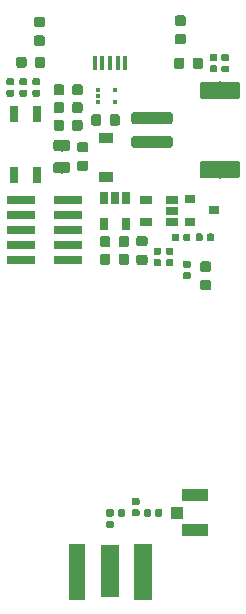
<source format=gtp>
G04 #@! TF.GenerationSoftware,KiCad,Pcbnew,(5.0.1-3-g963ef8bb5)*
G04 #@! TF.CreationDate,2019-02-28T22:02:17+01:00*
G04 #@! TF.ProjectId,TLM-breakout-v1,544C4D2D627265616B6F75742D76312E,1.0*
G04 #@! TF.SameCoordinates,Original*
G04 #@! TF.FileFunction,Paste,Top*
G04 #@! TF.FilePolarity,Positive*
%FSLAX46Y46*%
G04 Gerber Fmt 4.6, Leading zero omitted, Abs format (unit mm)*
G04 Created by KiCad (PCBNEW (5.0.1-3-g963ef8bb5)) date 2019 February 28, Thursday 22:02:17*
%MOMM*%
%LPD*%
G01*
G04 APERTURE LIST*
%ADD10C,0.100000*%
%ADD11C,0.590000*%
%ADD12C,0.875000*%
%ADD13R,1.200000X0.900000*%
%ADD14C,0.975000*%
%ADD15R,2.200000X1.050000*%
%ADD16R,1.050000X1.000000*%
%ADD17R,0.450000X1.300000*%
%ADD18R,2.400000X0.740000*%
%ADD19R,0.700000X1.450000*%
%ADD20R,1.060000X0.650000*%
%ADD21R,0.900000X0.800000*%
%ADD22R,0.650000X1.060000*%
%ADD23R,0.450000X0.300000*%
%ADD24C,1.000000*%
%ADD25C,1.500000*%
%ADD26R,1.350000X4.700000*%
%ADD27R,1.500000X4.700000*%
%ADD28R,1.500000X4.400000*%
G04 APERTURE END LIST*
D10*
G04 #@! TO.C,C1*
G36*
X138261358Y-111722110D02*
X138275676Y-111724234D01*
X138289717Y-111727751D01*
X138303346Y-111732628D01*
X138316431Y-111738817D01*
X138328847Y-111746258D01*
X138340473Y-111754881D01*
X138351198Y-111764602D01*
X138360919Y-111775327D01*
X138369542Y-111786953D01*
X138376983Y-111799369D01*
X138383172Y-111812454D01*
X138388049Y-111826083D01*
X138391566Y-111840124D01*
X138393690Y-111854442D01*
X138394400Y-111868900D01*
X138394400Y-112163900D01*
X138393690Y-112178358D01*
X138391566Y-112192676D01*
X138388049Y-112206717D01*
X138383172Y-112220346D01*
X138376983Y-112233431D01*
X138369542Y-112245847D01*
X138360919Y-112257473D01*
X138351198Y-112268198D01*
X138340473Y-112277919D01*
X138328847Y-112286542D01*
X138316431Y-112293983D01*
X138303346Y-112300172D01*
X138289717Y-112305049D01*
X138275676Y-112308566D01*
X138261358Y-112310690D01*
X138246900Y-112311400D01*
X137901900Y-112311400D01*
X137887442Y-112310690D01*
X137873124Y-112308566D01*
X137859083Y-112305049D01*
X137845454Y-112300172D01*
X137832369Y-112293983D01*
X137819953Y-112286542D01*
X137808327Y-112277919D01*
X137797602Y-112268198D01*
X137787881Y-112257473D01*
X137779258Y-112245847D01*
X137771817Y-112233431D01*
X137765628Y-112220346D01*
X137760751Y-112206717D01*
X137757234Y-112192676D01*
X137755110Y-112178358D01*
X137754400Y-112163900D01*
X137754400Y-111868900D01*
X137755110Y-111854442D01*
X137757234Y-111840124D01*
X137760751Y-111826083D01*
X137765628Y-111812454D01*
X137771817Y-111799369D01*
X137779258Y-111786953D01*
X137787881Y-111775327D01*
X137797602Y-111764602D01*
X137808327Y-111754881D01*
X137819953Y-111746258D01*
X137832369Y-111738817D01*
X137845454Y-111732628D01*
X137859083Y-111727751D01*
X137873124Y-111724234D01*
X137887442Y-111722110D01*
X137901900Y-111721400D01*
X138246900Y-111721400D01*
X138261358Y-111722110D01*
X138261358Y-111722110D01*
G37*
D11*
X138074400Y-112016400D03*
D10*
G36*
X138261358Y-110752110D02*
X138275676Y-110754234D01*
X138289717Y-110757751D01*
X138303346Y-110762628D01*
X138316431Y-110768817D01*
X138328847Y-110776258D01*
X138340473Y-110784881D01*
X138351198Y-110794602D01*
X138360919Y-110805327D01*
X138369542Y-110816953D01*
X138376983Y-110829369D01*
X138383172Y-110842454D01*
X138388049Y-110856083D01*
X138391566Y-110870124D01*
X138393690Y-110884442D01*
X138394400Y-110898900D01*
X138394400Y-111193900D01*
X138393690Y-111208358D01*
X138391566Y-111222676D01*
X138388049Y-111236717D01*
X138383172Y-111250346D01*
X138376983Y-111263431D01*
X138369542Y-111275847D01*
X138360919Y-111287473D01*
X138351198Y-111298198D01*
X138340473Y-111307919D01*
X138328847Y-111316542D01*
X138316431Y-111323983D01*
X138303346Y-111330172D01*
X138289717Y-111335049D01*
X138275676Y-111338566D01*
X138261358Y-111340690D01*
X138246900Y-111341400D01*
X137901900Y-111341400D01*
X137887442Y-111340690D01*
X137873124Y-111338566D01*
X137859083Y-111335049D01*
X137845454Y-111330172D01*
X137832369Y-111323983D01*
X137819953Y-111316542D01*
X137808327Y-111307919D01*
X137797602Y-111298198D01*
X137787881Y-111287473D01*
X137779258Y-111275847D01*
X137771817Y-111263431D01*
X137765628Y-111250346D01*
X137760751Y-111236717D01*
X137757234Y-111222676D01*
X137755110Y-111208358D01*
X137754400Y-111193900D01*
X137754400Y-110898900D01*
X137755110Y-110884442D01*
X137757234Y-110870124D01*
X137760751Y-110856083D01*
X137765628Y-110842454D01*
X137771817Y-110829369D01*
X137779258Y-110816953D01*
X137787881Y-110805327D01*
X137797602Y-110794602D01*
X137808327Y-110784881D01*
X137819953Y-110776258D01*
X137832369Y-110768817D01*
X137845454Y-110762628D01*
X137859083Y-110757751D01*
X137873124Y-110754234D01*
X137887442Y-110752110D01*
X137901900Y-110751400D01*
X138246900Y-110751400D01*
X138261358Y-110752110D01*
X138261358Y-110752110D01*
G37*
D11*
X138074400Y-111046400D03*
G04 #@! TD*
D10*
G04 #@! TO.C,C2*
G36*
X136540190Y-78276053D02*
X136561425Y-78279203D01*
X136582249Y-78284419D01*
X136602461Y-78291651D01*
X136621867Y-78300830D01*
X136640280Y-78311866D01*
X136657523Y-78324654D01*
X136673429Y-78339070D01*
X136687845Y-78354976D01*
X136700633Y-78372219D01*
X136711669Y-78390632D01*
X136720848Y-78410038D01*
X136728080Y-78430250D01*
X136733296Y-78451074D01*
X136736446Y-78472309D01*
X136737499Y-78493750D01*
X136737499Y-79006250D01*
X136736446Y-79027691D01*
X136733296Y-79048926D01*
X136728080Y-79069750D01*
X136720848Y-79089962D01*
X136711669Y-79109368D01*
X136700633Y-79127781D01*
X136687845Y-79145024D01*
X136673429Y-79160930D01*
X136657523Y-79175346D01*
X136640280Y-79188134D01*
X136621867Y-79199170D01*
X136602461Y-79208349D01*
X136582249Y-79215581D01*
X136561425Y-79220797D01*
X136540190Y-79223947D01*
X136518749Y-79225000D01*
X136081249Y-79225000D01*
X136059808Y-79223947D01*
X136038573Y-79220797D01*
X136017749Y-79215581D01*
X135997537Y-79208349D01*
X135978131Y-79199170D01*
X135959718Y-79188134D01*
X135942475Y-79175346D01*
X135926569Y-79160930D01*
X135912153Y-79145024D01*
X135899365Y-79127781D01*
X135888329Y-79109368D01*
X135879150Y-79089962D01*
X135871918Y-79069750D01*
X135866702Y-79048926D01*
X135863552Y-79027691D01*
X135862499Y-79006250D01*
X135862499Y-78493750D01*
X135863552Y-78472309D01*
X135866702Y-78451074D01*
X135871918Y-78430250D01*
X135879150Y-78410038D01*
X135888329Y-78390632D01*
X135899365Y-78372219D01*
X135912153Y-78354976D01*
X135926569Y-78339070D01*
X135942475Y-78324654D01*
X135959718Y-78311866D01*
X135978131Y-78300830D01*
X135997537Y-78291651D01*
X136017749Y-78284419D01*
X136038573Y-78279203D01*
X136059808Y-78276053D01*
X136081249Y-78275000D01*
X136518749Y-78275000D01*
X136540190Y-78276053D01*
X136540190Y-78276053D01*
G37*
D12*
X136299999Y-78750000D03*
D10*
G36*
X134965190Y-78276053D02*
X134986425Y-78279203D01*
X135007249Y-78284419D01*
X135027461Y-78291651D01*
X135046867Y-78300830D01*
X135065280Y-78311866D01*
X135082523Y-78324654D01*
X135098429Y-78339070D01*
X135112845Y-78354976D01*
X135125633Y-78372219D01*
X135136669Y-78390632D01*
X135145848Y-78410038D01*
X135153080Y-78430250D01*
X135158296Y-78451074D01*
X135161446Y-78472309D01*
X135162499Y-78493750D01*
X135162499Y-79006250D01*
X135161446Y-79027691D01*
X135158296Y-79048926D01*
X135153080Y-79069750D01*
X135145848Y-79089962D01*
X135136669Y-79109368D01*
X135125633Y-79127781D01*
X135112845Y-79145024D01*
X135098429Y-79160930D01*
X135082523Y-79175346D01*
X135065280Y-79188134D01*
X135046867Y-79199170D01*
X135027461Y-79208349D01*
X135007249Y-79215581D01*
X134986425Y-79220797D01*
X134965190Y-79223947D01*
X134943749Y-79225000D01*
X134506249Y-79225000D01*
X134484808Y-79223947D01*
X134463573Y-79220797D01*
X134442749Y-79215581D01*
X134422537Y-79208349D01*
X134403131Y-79199170D01*
X134384718Y-79188134D01*
X134367475Y-79175346D01*
X134351569Y-79160930D01*
X134337153Y-79145024D01*
X134324365Y-79127781D01*
X134313329Y-79109368D01*
X134304150Y-79089962D01*
X134296918Y-79069750D01*
X134291702Y-79048926D01*
X134288552Y-79027691D01*
X134287499Y-79006250D01*
X134287499Y-78493750D01*
X134288552Y-78472309D01*
X134291702Y-78451074D01*
X134296918Y-78430250D01*
X134304150Y-78410038D01*
X134313329Y-78390632D01*
X134324365Y-78372219D01*
X134337153Y-78354976D01*
X134351569Y-78339070D01*
X134367475Y-78324654D01*
X134384718Y-78311866D01*
X134403131Y-78300830D01*
X134422537Y-78291651D01*
X134442749Y-78284419D01*
X134463573Y-78279203D01*
X134484808Y-78276053D01*
X134506249Y-78275000D01*
X134943749Y-78275000D01*
X134965190Y-78276053D01*
X134965190Y-78276053D01*
G37*
D12*
X134724999Y-78750000D03*
G04 #@! TD*
D10*
G04 #@! TO.C,C3*
G36*
X133867691Y-82201053D02*
X133888926Y-82204203D01*
X133909750Y-82209419D01*
X133929962Y-82216651D01*
X133949368Y-82225830D01*
X133967781Y-82236866D01*
X133985024Y-82249654D01*
X134000930Y-82264070D01*
X134015346Y-82279976D01*
X134028134Y-82297219D01*
X134039170Y-82315632D01*
X134048349Y-82335038D01*
X134055581Y-82355250D01*
X134060797Y-82376074D01*
X134063947Y-82397309D01*
X134065000Y-82418750D01*
X134065000Y-82856250D01*
X134063947Y-82877691D01*
X134060797Y-82898926D01*
X134055581Y-82919750D01*
X134048349Y-82939962D01*
X134039170Y-82959368D01*
X134028134Y-82977781D01*
X134015346Y-82995024D01*
X134000930Y-83010930D01*
X133985024Y-83025346D01*
X133967781Y-83038134D01*
X133949368Y-83049170D01*
X133929962Y-83058349D01*
X133909750Y-83065581D01*
X133888926Y-83070797D01*
X133867691Y-83073947D01*
X133846250Y-83075000D01*
X133333750Y-83075000D01*
X133312309Y-83073947D01*
X133291074Y-83070797D01*
X133270250Y-83065581D01*
X133250038Y-83058349D01*
X133230632Y-83049170D01*
X133212219Y-83038134D01*
X133194976Y-83025346D01*
X133179070Y-83010930D01*
X133164654Y-82995024D01*
X133151866Y-82977781D01*
X133140830Y-82959368D01*
X133131651Y-82939962D01*
X133124419Y-82919750D01*
X133119203Y-82898926D01*
X133116053Y-82877691D01*
X133115000Y-82856250D01*
X133115000Y-82418750D01*
X133116053Y-82397309D01*
X133119203Y-82376074D01*
X133124419Y-82355250D01*
X133131651Y-82335038D01*
X133140830Y-82315632D01*
X133151866Y-82297219D01*
X133164654Y-82279976D01*
X133179070Y-82264070D01*
X133194976Y-82249654D01*
X133212219Y-82236866D01*
X133230632Y-82225830D01*
X133250038Y-82216651D01*
X133270250Y-82209419D01*
X133291074Y-82204203D01*
X133312309Y-82201053D01*
X133333750Y-82200000D01*
X133846250Y-82200000D01*
X133867691Y-82201053D01*
X133867691Y-82201053D01*
G37*
D12*
X133590000Y-82637500D03*
D10*
G36*
X133867691Y-80626053D02*
X133888926Y-80629203D01*
X133909750Y-80634419D01*
X133929962Y-80641651D01*
X133949368Y-80650830D01*
X133967781Y-80661866D01*
X133985024Y-80674654D01*
X134000930Y-80689070D01*
X134015346Y-80704976D01*
X134028134Y-80722219D01*
X134039170Y-80740632D01*
X134048349Y-80760038D01*
X134055581Y-80780250D01*
X134060797Y-80801074D01*
X134063947Y-80822309D01*
X134065000Y-80843750D01*
X134065000Y-81281250D01*
X134063947Y-81302691D01*
X134060797Y-81323926D01*
X134055581Y-81344750D01*
X134048349Y-81364962D01*
X134039170Y-81384368D01*
X134028134Y-81402781D01*
X134015346Y-81420024D01*
X134000930Y-81435930D01*
X133985024Y-81450346D01*
X133967781Y-81463134D01*
X133949368Y-81474170D01*
X133929962Y-81483349D01*
X133909750Y-81490581D01*
X133888926Y-81495797D01*
X133867691Y-81498947D01*
X133846250Y-81500000D01*
X133333750Y-81500000D01*
X133312309Y-81498947D01*
X133291074Y-81495797D01*
X133270250Y-81490581D01*
X133250038Y-81483349D01*
X133230632Y-81474170D01*
X133212219Y-81463134D01*
X133194976Y-81450346D01*
X133179070Y-81435930D01*
X133164654Y-81420024D01*
X133151866Y-81402781D01*
X133140830Y-81384368D01*
X133131651Y-81364962D01*
X133124419Y-81344750D01*
X133119203Y-81323926D01*
X133116053Y-81302691D01*
X133115000Y-81281250D01*
X133115000Y-80843750D01*
X133116053Y-80822309D01*
X133119203Y-80801074D01*
X133124419Y-80780250D01*
X133131651Y-80760038D01*
X133140830Y-80740632D01*
X133151866Y-80722219D01*
X133164654Y-80704976D01*
X133179070Y-80689070D01*
X133194976Y-80674654D01*
X133212219Y-80661866D01*
X133230632Y-80650830D01*
X133250038Y-80641651D01*
X133270250Y-80634419D01*
X133291074Y-80629203D01*
X133312309Y-80626053D01*
X133333750Y-80625000D01*
X133846250Y-80625000D01*
X133867691Y-80626053D01*
X133867691Y-80626053D01*
G37*
D12*
X133590000Y-81062500D03*
G04 #@! TD*
D10*
G04 #@! TO.C,C4*
G36*
X135727191Y-90076053D02*
X135748426Y-90079203D01*
X135769250Y-90084419D01*
X135789462Y-90091651D01*
X135808868Y-90100830D01*
X135827281Y-90111866D01*
X135844524Y-90124654D01*
X135860430Y-90139070D01*
X135874846Y-90154976D01*
X135887634Y-90172219D01*
X135898670Y-90190632D01*
X135907849Y-90210038D01*
X135915081Y-90230250D01*
X135920297Y-90251074D01*
X135923447Y-90272309D01*
X135924500Y-90293750D01*
X135924500Y-90806250D01*
X135923447Y-90827691D01*
X135920297Y-90848926D01*
X135915081Y-90869750D01*
X135907849Y-90889962D01*
X135898670Y-90909368D01*
X135887634Y-90927781D01*
X135874846Y-90945024D01*
X135860430Y-90960930D01*
X135844524Y-90975346D01*
X135827281Y-90988134D01*
X135808868Y-90999170D01*
X135789462Y-91008349D01*
X135769250Y-91015581D01*
X135748426Y-91020797D01*
X135727191Y-91023947D01*
X135705750Y-91025000D01*
X135268250Y-91025000D01*
X135246809Y-91023947D01*
X135225574Y-91020797D01*
X135204750Y-91015581D01*
X135184538Y-91008349D01*
X135165132Y-90999170D01*
X135146719Y-90988134D01*
X135129476Y-90975346D01*
X135113570Y-90960930D01*
X135099154Y-90945024D01*
X135086366Y-90927781D01*
X135075330Y-90909368D01*
X135066151Y-90889962D01*
X135058919Y-90869750D01*
X135053703Y-90848926D01*
X135050553Y-90827691D01*
X135049500Y-90806250D01*
X135049500Y-90293750D01*
X135050553Y-90272309D01*
X135053703Y-90251074D01*
X135058919Y-90230250D01*
X135066151Y-90210038D01*
X135075330Y-90190632D01*
X135086366Y-90172219D01*
X135099154Y-90154976D01*
X135113570Y-90139070D01*
X135129476Y-90124654D01*
X135146719Y-90111866D01*
X135165132Y-90100830D01*
X135184538Y-90091651D01*
X135204750Y-90084419D01*
X135225574Y-90079203D01*
X135246809Y-90076053D01*
X135268250Y-90075000D01*
X135705750Y-90075000D01*
X135727191Y-90076053D01*
X135727191Y-90076053D01*
G37*
D12*
X135487000Y-90550000D03*
D10*
G36*
X137302191Y-90076053D02*
X137323426Y-90079203D01*
X137344250Y-90084419D01*
X137364462Y-90091651D01*
X137383868Y-90100830D01*
X137402281Y-90111866D01*
X137419524Y-90124654D01*
X137435430Y-90139070D01*
X137449846Y-90154976D01*
X137462634Y-90172219D01*
X137473670Y-90190632D01*
X137482849Y-90210038D01*
X137490081Y-90230250D01*
X137495297Y-90251074D01*
X137498447Y-90272309D01*
X137499500Y-90293750D01*
X137499500Y-90806250D01*
X137498447Y-90827691D01*
X137495297Y-90848926D01*
X137490081Y-90869750D01*
X137482849Y-90889962D01*
X137473670Y-90909368D01*
X137462634Y-90927781D01*
X137449846Y-90945024D01*
X137435430Y-90960930D01*
X137419524Y-90975346D01*
X137402281Y-90988134D01*
X137383868Y-90999170D01*
X137364462Y-91008349D01*
X137344250Y-91015581D01*
X137323426Y-91020797D01*
X137302191Y-91023947D01*
X137280750Y-91025000D01*
X136843250Y-91025000D01*
X136821809Y-91023947D01*
X136800574Y-91020797D01*
X136779750Y-91015581D01*
X136759538Y-91008349D01*
X136740132Y-90999170D01*
X136721719Y-90988134D01*
X136704476Y-90975346D01*
X136688570Y-90960930D01*
X136674154Y-90945024D01*
X136661366Y-90927781D01*
X136650330Y-90909368D01*
X136641151Y-90889962D01*
X136633919Y-90869750D01*
X136628703Y-90848926D01*
X136625553Y-90827691D01*
X136624500Y-90806250D01*
X136624500Y-90293750D01*
X136625553Y-90272309D01*
X136628703Y-90251074D01*
X136633919Y-90230250D01*
X136641151Y-90210038D01*
X136650330Y-90190632D01*
X136661366Y-90172219D01*
X136674154Y-90154976D01*
X136688570Y-90139070D01*
X136704476Y-90124654D01*
X136721719Y-90111866D01*
X136740132Y-90100830D01*
X136759538Y-90091651D01*
X136779750Y-90084419D01*
X136800574Y-90079203D01*
X136821809Y-90076053D01*
X136843250Y-90075000D01*
X137280750Y-90075000D01*
X137302191Y-90076053D01*
X137302191Y-90076053D01*
G37*
D12*
X137062000Y-90550000D03*
G04 #@! TD*
D10*
G04 #@! TO.C,C5*
G36*
X137302191Y-88570153D02*
X137323426Y-88573303D01*
X137344250Y-88578519D01*
X137364462Y-88585751D01*
X137383868Y-88594930D01*
X137402281Y-88605966D01*
X137419524Y-88618754D01*
X137435430Y-88633170D01*
X137449846Y-88649076D01*
X137462634Y-88666319D01*
X137473670Y-88684732D01*
X137482849Y-88704138D01*
X137490081Y-88724350D01*
X137495297Y-88745174D01*
X137498447Y-88766409D01*
X137499500Y-88787850D01*
X137499500Y-89300350D01*
X137498447Y-89321791D01*
X137495297Y-89343026D01*
X137490081Y-89363850D01*
X137482849Y-89384062D01*
X137473670Y-89403468D01*
X137462634Y-89421881D01*
X137449846Y-89439124D01*
X137435430Y-89455030D01*
X137419524Y-89469446D01*
X137402281Y-89482234D01*
X137383868Y-89493270D01*
X137364462Y-89502449D01*
X137344250Y-89509681D01*
X137323426Y-89514897D01*
X137302191Y-89518047D01*
X137280750Y-89519100D01*
X136843250Y-89519100D01*
X136821809Y-89518047D01*
X136800574Y-89514897D01*
X136779750Y-89509681D01*
X136759538Y-89502449D01*
X136740132Y-89493270D01*
X136721719Y-89482234D01*
X136704476Y-89469446D01*
X136688570Y-89455030D01*
X136674154Y-89439124D01*
X136661366Y-89421881D01*
X136650330Y-89403468D01*
X136641151Y-89384062D01*
X136633919Y-89363850D01*
X136628703Y-89343026D01*
X136625553Y-89321791D01*
X136624500Y-89300350D01*
X136624500Y-88787850D01*
X136625553Y-88766409D01*
X136628703Y-88745174D01*
X136633919Y-88724350D01*
X136641151Y-88704138D01*
X136650330Y-88684732D01*
X136661366Y-88666319D01*
X136674154Y-88649076D01*
X136688570Y-88633170D01*
X136704476Y-88618754D01*
X136721719Y-88605966D01*
X136740132Y-88594930D01*
X136759538Y-88585751D01*
X136779750Y-88578519D01*
X136800574Y-88573303D01*
X136821809Y-88570153D01*
X136843250Y-88569100D01*
X137280750Y-88569100D01*
X137302191Y-88570153D01*
X137302191Y-88570153D01*
G37*
D12*
X137062000Y-89044100D03*
D10*
G36*
X135727191Y-88570153D02*
X135748426Y-88573303D01*
X135769250Y-88578519D01*
X135789462Y-88585751D01*
X135808868Y-88594930D01*
X135827281Y-88605966D01*
X135844524Y-88618754D01*
X135860430Y-88633170D01*
X135874846Y-88649076D01*
X135887634Y-88666319D01*
X135898670Y-88684732D01*
X135907849Y-88704138D01*
X135915081Y-88724350D01*
X135920297Y-88745174D01*
X135923447Y-88766409D01*
X135924500Y-88787850D01*
X135924500Y-89300350D01*
X135923447Y-89321791D01*
X135920297Y-89343026D01*
X135915081Y-89363850D01*
X135907849Y-89384062D01*
X135898670Y-89403468D01*
X135887634Y-89421881D01*
X135874846Y-89439124D01*
X135860430Y-89455030D01*
X135844524Y-89469446D01*
X135827281Y-89482234D01*
X135808868Y-89493270D01*
X135789462Y-89502449D01*
X135769250Y-89509681D01*
X135748426Y-89514897D01*
X135727191Y-89518047D01*
X135705750Y-89519100D01*
X135268250Y-89519100D01*
X135246809Y-89518047D01*
X135225574Y-89514897D01*
X135204750Y-89509681D01*
X135184538Y-89502449D01*
X135165132Y-89493270D01*
X135146719Y-89482234D01*
X135129476Y-89469446D01*
X135113570Y-89455030D01*
X135099154Y-89439124D01*
X135086366Y-89421881D01*
X135075330Y-89403468D01*
X135066151Y-89384062D01*
X135058919Y-89363850D01*
X135053703Y-89343026D01*
X135050553Y-89321791D01*
X135049500Y-89300350D01*
X135049500Y-88787850D01*
X135050553Y-88766409D01*
X135053703Y-88745174D01*
X135058919Y-88724350D01*
X135066151Y-88704138D01*
X135075330Y-88684732D01*
X135086366Y-88666319D01*
X135099154Y-88649076D01*
X135113570Y-88633170D01*
X135129476Y-88618754D01*
X135146719Y-88605966D01*
X135165132Y-88594930D01*
X135184538Y-88585751D01*
X135204750Y-88578519D01*
X135225574Y-88573303D01*
X135246809Y-88570153D01*
X135268250Y-88569100D01*
X135705750Y-88569100D01*
X135727191Y-88570153D01*
X135727191Y-88570153D01*
G37*
D12*
X135487000Y-89044100D03*
G04 #@! TD*
D10*
G04 #@! TO.C,C6*
G36*
X131802691Y-75726053D02*
X131823926Y-75729203D01*
X131844750Y-75734419D01*
X131864962Y-75741651D01*
X131884368Y-75750830D01*
X131902781Y-75761866D01*
X131920024Y-75774654D01*
X131935930Y-75789070D01*
X131950346Y-75804976D01*
X131963134Y-75822219D01*
X131974170Y-75840632D01*
X131983349Y-75860038D01*
X131990581Y-75880250D01*
X131995797Y-75901074D01*
X131998947Y-75922309D01*
X132000000Y-75943750D01*
X132000000Y-76456250D01*
X131998947Y-76477691D01*
X131995797Y-76498926D01*
X131990581Y-76519750D01*
X131983349Y-76539962D01*
X131974170Y-76559368D01*
X131963134Y-76577781D01*
X131950346Y-76595024D01*
X131935930Y-76610930D01*
X131920024Y-76625346D01*
X131902781Y-76638134D01*
X131884368Y-76649170D01*
X131864962Y-76658349D01*
X131844750Y-76665581D01*
X131823926Y-76670797D01*
X131802691Y-76673947D01*
X131781250Y-76675000D01*
X131343750Y-76675000D01*
X131322309Y-76673947D01*
X131301074Y-76670797D01*
X131280250Y-76665581D01*
X131260038Y-76658349D01*
X131240632Y-76649170D01*
X131222219Y-76638134D01*
X131204976Y-76625346D01*
X131189070Y-76610930D01*
X131174654Y-76595024D01*
X131161866Y-76577781D01*
X131150830Y-76559368D01*
X131141651Y-76539962D01*
X131134419Y-76519750D01*
X131129203Y-76498926D01*
X131126053Y-76477691D01*
X131125000Y-76456250D01*
X131125000Y-75943750D01*
X131126053Y-75922309D01*
X131129203Y-75901074D01*
X131134419Y-75880250D01*
X131141651Y-75860038D01*
X131150830Y-75840632D01*
X131161866Y-75822219D01*
X131174654Y-75804976D01*
X131189070Y-75789070D01*
X131204976Y-75774654D01*
X131222219Y-75761866D01*
X131240632Y-75750830D01*
X131260038Y-75741651D01*
X131280250Y-75734419D01*
X131301074Y-75729203D01*
X131322309Y-75726053D01*
X131343750Y-75725000D01*
X131781250Y-75725000D01*
X131802691Y-75726053D01*
X131802691Y-75726053D01*
G37*
D12*
X131562500Y-76200000D03*
D10*
G36*
X133377691Y-75726053D02*
X133398926Y-75729203D01*
X133419750Y-75734419D01*
X133439962Y-75741651D01*
X133459368Y-75750830D01*
X133477781Y-75761866D01*
X133495024Y-75774654D01*
X133510930Y-75789070D01*
X133525346Y-75804976D01*
X133538134Y-75822219D01*
X133549170Y-75840632D01*
X133558349Y-75860038D01*
X133565581Y-75880250D01*
X133570797Y-75901074D01*
X133573947Y-75922309D01*
X133575000Y-75943750D01*
X133575000Y-76456250D01*
X133573947Y-76477691D01*
X133570797Y-76498926D01*
X133565581Y-76519750D01*
X133558349Y-76539962D01*
X133549170Y-76559368D01*
X133538134Y-76577781D01*
X133525346Y-76595024D01*
X133510930Y-76610930D01*
X133495024Y-76625346D01*
X133477781Y-76638134D01*
X133459368Y-76649170D01*
X133439962Y-76658349D01*
X133419750Y-76665581D01*
X133398926Y-76670797D01*
X133377691Y-76673947D01*
X133356250Y-76675000D01*
X132918750Y-76675000D01*
X132897309Y-76673947D01*
X132876074Y-76670797D01*
X132855250Y-76665581D01*
X132835038Y-76658349D01*
X132815632Y-76649170D01*
X132797219Y-76638134D01*
X132779976Y-76625346D01*
X132764070Y-76610930D01*
X132749654Y-76595024D01*
X132736866Y-76577781D01*
X132725830Y-76559368D01*
X132716651Y-76539962D01*
X132709419Y-76519750D01*
X132704203Y-76498926D01*
X132701053Y-76477691D01*
X132700000Y-76456250D01*
X132700000Y-75943750D01*
X132701053Y-75922309D01*
X132704203Y-75901074D01*
X132709419Y-75880250D01*
X132716651Y-75860038D01*
X132725830Y-75840632D01*
X132736866Y-75822219D01*
X132749654Y-75804976D01*
X132764070Y-75789070D01*
X132779976Y-75774654D01*
X132797219Y-75761866D01*
X132815632Y-75750830D01*
X132835038Y-75741651D01*
X132855250Y-75734419D01*
X132876074Y-75729203D01*
X132897309Y-75726053D01*
X132918750Y-75725000D01*
X133356250Y-75725000D01*
X133377691Y-75726053D01*
X133377691Y-75726053D01*
G37*
D12*
X133137500Y-76200000D03*
G04 #@! TD*
D10*
G04 #@! TO.C,C7*
G36*
X131802691Y-78727253D02*
X131823926Y-78730403D01*
X131844750Y-78735619D01*
X131864962Y-78742851D01*
X131884368Y-78752030D01*
X131902781Y-78763066D01*
X131920024Y-78775854D01*
X131935930Y-78790270D01*
X131950346Y-78806176D01*
X131963134Y-78823419D01*
X131974170Y-78841832D01*
X131983349Y-78861238D01*
X131990581Y-78881450D01*
X131995797Y-78902274D01*
X131998947Y-78923509D01*
X132000000Y-78944950D01*
X132000000Y-79457450D01*
X131998947Y-79478891D01*
X131995797Y-79500126D01*
X131990581Y-79520950D01*
X131983349Y-79541162D01*
X131974170Y-79560568D01*
X131963134Y-79578981D01*
X131950346Y-79596224D01*
X131935930Y-79612130D01*
X131920024Y-79626546D01*
X131902781Y-79639334D01*
X131884368Y-79650370D01*
X131864962Y-79659549D01*
X131844750Y-79666781D01*
X131823926Y-79671997D01*
X131802691Y-79675147D01*
X131781250Y-79676200D01*
X131343750Y-79676200D01*
X131322309Y-79675147D01*
X131301074Y-79671997D01*
X131280250Y-79666781D01*
X131260038Y-79659549D01*
X131240632Y-79650370D01*
X131222219Y-79639334D01*
X131204976Y-79626546D01*
X131189070Y-79612130D01*
X131174654Y-79596224D01*
X131161866Y-79578981D01*
X131150830Y-79560568D01*
X131141651Y-79541162D01*
X131134419Y-79520950D01*
X131129203Y-79500126D01*
X131126053Y-79478891D01*
X131125000Y-79457450D01*
X131125000Y-78944950D01*
X131126053Y-78923509D01*
X131129203Y-78902274D01*
X131134419Y-78881450D01*
X131141651Y-78861238D01*
X131150830Y-78841832D01*
X131161866Y-78823419D01*
X131174654Y-78806176D01*
X131189070Y-78790270D01*
X131204976Y-78775854D01*
X131222219Y-78763066D01*
X131240632Y-78752030D01*
X131260038Y-78742851D01*
X131280250Y-78735619D01*
X131301074Y-78730403D01*
X131322309Y-78727253D01*
X131343750Y-78726200D01*
X131781250Y-78726200D01*
X131802691Y-78727253D01*
X131802691Y-78727253D01*
G37*
D12*
X131562500Y-79201200D03*
D10*
G36*
X133377691Y-78727253D02*
X133398926Y-78730403D01*
X133419750Y-78735619D01*
X133439962Y-78742851D01*
X133459368Y-78752030D01*
X133477781Y-78763066D01*
X133495024Y-78775854D01*
X133510930Y-78790270D01*
X133525346Y-78806176D01*
X133538134Y-78823419D01*
X133549170Y-78841832D01*
X133558349Y-78861238D01*
X133565581Y-78881450D01*
X133570797Y-78902274D01*
X133573947Y-78923509D01*
X133575000Y-78944950D01*
X133575000Y-79457450D01*
X133573947Y-79478891D01*
X133570797Y-79500126D01*
X133565581Y-79520950D01*
X133558349Y-79541162D01*
X133549170Y-79560568D01*
X133538134Y-79578981D01*
X133525346Y-79596224D01*
X133510930Y-79612130D01*
X133495024Y-79626546D01*
X133477781Y-79639334D01*
X133459368Y-79650370D01*
X133439962Y-79659549D01*
X133419750Y-79666781D01*
X133398926Y-79671997D01*
X133377691Y-79675147D01*
X133356250Y-79676200D01*
X132918750Y-79676200D01*
X132897309Y-79675147D01*
X132876074Y-79671997D01*
X132855250Y-79666781D01*
X132835038Y-79659549D01*
X132815632Y-79650370D01*
X132797219Y-79639334D01*
X132779976Y-79626546D01*
X132764070Y-79612130D01*
X132749654Y-79596224D01*
X132736866Y-79578981D01*
X132725830Y-79560568D01*
X132716651Y-79541162D01*
X132709419Y-79520950D01*
X132704203Y-79500126D01*
X132701053Y-79478891D01*
X132700000Y-79457450D01*
X132700000Y-78944950D01*
X132701053Y-78923509D01*
X132704203Y-78902274D01*
X132709419Y-78881450D01*
X132716651Y-78861238D01*
X132725830Y-78841832D01*
X132736866Y-78823419D01*
X132749654Y-78806176D01*
X132764070Y-78790270D01*
X132779976Y-78775854D01*
X132797219Y-78763066D01*
X132815632Y-78752030D01*
X132835038Y-78742851D01*
X132855250Y-78735619D01*
X132876074Y-78730403D01*
X132897309Y-78727253D01*
X132918750Y-78726200D01*
X133356250Y-78726200D01*
X133377691Y-78727253D01*
X133377691Y-78727253D01*
G37*
D12*
X133137500Y-79201200D03*
G04 #@! TD*
D10*
G04 #@! TO.C,C8*
G36*
X143577691Y-73476053D02*
X143598926Y-73479203D01*
X143619750Y-73484419D01*
X143639962Y-73491651D01*
X143659368Y-73500830D01*
X143677781Y-73511866D01*
X143695024Y-73524654D01*
X143710930Y-73539070D01*
X143725346Y-73554976D01*
X143738134Y-73572219D01*
X143749170Y-73590632D01*
X143758349Y-73610038D01*
X143765581Y-73630250D01*
X143770797Y-73651074D01*
X143773947Y-73672309D01*
X143775000Y-73693750D01*
X143775000Y-74206250D01*
X143773947Y-74227691D01*
X143770797Y-74248926D01*
X143765581Y-74269750D01*
X143758349Y-74289962D01*
X143749170Y-74309368D01*
X143738134Y-74327781D01*
X143725346Y-74345024D01*
X143710930Y-74360930D01*
X143695024Y-74375346D01*
X143677781Y-74388134D01*
X143659368Y-74399170D01*
X143639962Y-74408349D01*
X143619750Y-74415581D01*
X143598926Y-74420797D01*
X143577691Y-74423947D01*
X143556250Y-74425000D01*
X143118750Y-74425000D01*
X143097309Y-74423947D01*
X143076074Y-74420797D01*
X143055250Y-74415581D01*
X143035038Y-74408349D01*
X143015632Y-74399170D01*
X142997219Y-74388134D01*
X142979976Y-74375346D01*
X142964070Y-74360930D01*
X142949654Y-74345024D01*
X142936866Y-74327781D01*
X142925830Y-74309368D01*
X142916651Y-74289962D01*
X142909419Y-74269750D01*
X142904203Y-74248926D01*
X142901053Y-74227691D01*
X142900000Y-74206250D01*
X142900000Y-73693750D01*
X142901053Y-73672309D01*
X142904203Y-73651074D01*
X142909419Y-73630250D01*
X142916651Y-73610038D01*
X142925830Y-73590632D01*
X142936866Y-73572219D01*
X142949654Y-73554976D01*
X142964070Y-73539070D01*
X142979976Y-73524654D01*
X142997219Y-73511866D01*
X143015632Y-73500830D01*
X143035038Y-73491651D01*
X143055250Y-73484419D01*
X143076074Y-73479203D01*
X143097309Y-73476053D01*
X143118750Y-73475000D01*
X143556250Y-73475000D01*
X143577691Y-73476053D01*
X143577691Y-73476053D01*
G37*
D12*
X143337500Y-73950000D03*
D10*
G36*
X142002691Y-73476053D02*
X142023926Y-73479203D01*
X142044750Y-73484419D01*
X142064962Y-73491651D01*
X142084368Y-73500830D01*
X142102781Y-73511866D01*
X142120024Y-73524654D01*
X142135930Y-73539070D01*
X142150346Y-73554976D01*
X142163134Y-73572219D01*
X142174170Y-73590632D01*
X142183349Y-73610038D01*
X142190581Y-73630250D01*
X142195797Y-73651074D01*
X142198947Y-73672309D01*
X142200000Y-73693750D01*
X142200000Y-74206250D01*
X142198947Y-74227691D01*
X142195797Y-74248926D01*
X142190581Y-74269750D01*
X142183349Y-74289962D01*
X142174170Y-74309368D01*
X142163134Y-74327781D01*
X142150346Y-74345024D01*
X142135930Y-74360930D01*
X142120024Y-74375346D01*
X142102781Y-74388134D01*
X142084368Y-74399170D01*
X142064962Y-74408349D01*
X142044750Y-74415581D01*
X142023926Y-74420797D01*
X142002691Y-74423947D01*
X141981250Y-74425000D01*
X141543750Y-74425000D01*
X141522309Y-74423947D01*
X141501074Y-74420797D01*
X141480250Y-74415581D01*
X141460038Y-74408349D01*
X141440632Y-74399170D01*
X141422219Y-74388134D01*
X141404976Y-74375346D01*
X141389070Y-74360930D01*
X141374654Y-74345024D01*
X141361866Y-74327781D01*
X141350830Y-74309368D01*
X141341651Y-74289962D01*
X141334419Y-74269750D01*
X141329203Y-74248926D01*
X141326053Y-74227691D01*
X141325000Y-74206250D01*
X141325000Y-73693750D01*
X141326053Y-73672309D01*
X141329203Y-73651074D01*
X141334419Y-73630250D01*
X141341651Y-73610038D01*
X141350830Y-73590632D01*
X141361866Y-73572219D01*
X141374654Y-73554976D01*
X141389070Y-73539070D01*
X141404976Y-73524654D01*
X141422219Y-73511866D01*
X141440632Y-73500830D01*
X141460038Y-73491651D01*
X141480250Y-73484419D01*
X141501074Y-73479203D01*
X141522309Y-73476053D01*
X141543750Y-73475000D01*
X141981250Y-73475000D01*
X142002691Y-73476053D01*
X142002691Y-73476053D01*
G37*
D12*
X141762500Y-73950000D03*
G04 #@! TD*
D10*
G04 #@! TO.C,C9*
G36*
X138877691Y-90151053D02*
X138898926Y-90154203D01*
X138919750Y-90159419D01*
X138939962Y-90166651D01*
X138959368Y-90175830D01*
X138977781Y-90186866D01*
X138995024Y-90199654D01*
X139010930Y-90214070D01*
X139025346Y-90229976D01*
X139038134Y-90247219D01*
X139049170Y-90265632D01*
X139058349Y-90285038D01*
X139065581Y-90305250D01*
X139070797Y-90326074D01*
X139073947Y-90347309D01*
X139075000Y-90368750D01*
X139075000Y-90806250D01*
X139073947Y-90827691D01*
X139070797Y-90848926D01*
X139065581Y-90869750D01*
X139058349Y-90889962D01*
X139049170Y-90909368D01*
X139038134Y-90927781D01*
X139025346Y-90945024D01*
X139010930Y-90960930D01*
X138995024Y-90975346D01*
X138977781Y-90988134D01*
X138959368Y-90999170D01*
X138939962Y-91008349D01*
X138919750Y-91015581D01*
X138898926Y-91020797D01*
X138877691Y-91023947D01*
X138856250Y-91025000D01*
X138343750Y-91025000D01*
X138322309Y-91023947D01*
X138301074Y-91020797D01*
X138280250Y-91015581D01*
X138260038Y-91008349D01*
X138240632Y-90999170D01*
X138222219Y-90988134D01*
X138204976Y-90975346D01*
X138189070Y-90960930D01*
X138174654Y-90945024D01*
X138161866Y-90927781D01*
X138150830Y-90909368D01*
X138141651Y-90889962D01*
X138134419Y-90869750D01*
X138129203Y-90848926D01*
X138126053Y-90827691D01*
X138125000Y-90806250D01*
X138125000Y-90368750D01*
X138126053Y-90347309D01*
X138129203Y-90326074D01*
X138134419Y-90305250D01*
X138141651Y-90285038D01*
X138150830Y-90265632D01*
X138161866Y-90247219D01*
X138174654Y-90229976D01*
X138189070Y-90214070D01*
X138204976Y-90199654D01*
X138222219Y-90186866D01*
X138240632Y-90175830D01*
X138260038Y-90166651D01*
X138280250Y-90159419D01*
X138301074Y-90154203D01*
X138322309Y-90151053D01*
X138343750Y-90150000D01*
X138856250Y-90150000D01*
X138877691Y-90151053D01*
X138877691Y-90151053D01*
G37*
D12*
X138600000Y-90587500D03*
D10*
G36*
X138877691Y-88576053D02*
X138898926Y-88579203D01*
X138919750Y-88584419D01*
X138939962Y-88591651D01*
X138959368Y-88600830D01*
X138977781Y-88611866D01*
X138995024Y-88624654D01*
X139010930Y-88639070D01*
X139025346Y-88654976D01*
X139038134Y-88672219D01*
X139049170Y-88690632D01*
X139058349Y-88710038D01*
X139065581Y-88730250D01*
X139070797Y-88751074D01*
X139073947Y-88772309D01*
X139075000Y-88793750D01*
X139075000Y-89231250D01*
X139073947Y-89252691D01*
X139070797Y-89273926D01*
X139065581Y-89294750D01*
X139058349Y-89314962D01*
X139049170Y-89334368D01*
X139038134Y-89352781D01*
X139025346Y-89370024D01*
X139010930Y-89385930D01*
X138995024Y-89400346D01*
X138977781Y-89413134D01*
X138959368Y-89424170D01*
X138939962Y-89433349D01*
X138919750Y-89440581D01*
X138898926Y-89445797D01*
X138877691Y-89448947D01*
X138856250Y-89450000D01*
X138343750Y-89450000D01*
X138322309Y-89448947D01*
X138301074Y-89445797D01*
X138280250Y-89440581D01*
X138260038Y-89433349D01*
X138240632Y-89424170D01*
X138222219Y-89413134D01*
X138204976Y-89400346D01*
X138189070Y-89385930D01*
X138174654Y-89370024D01*
X138161866Y-89352781D01*
X138150830Y-89334368D01*
X138141651Y-89314962D01*
X138134419Y-89294750D01*
X138129203Y-89273926D01*
X138126053Y-89252691D01*
X138125000Y-89231250D01*
X138125000Y-88793750D01*
X138126053Y-88772309D01*
X138129203Y-88751074D01*
X138134419Y-88730250D01*
X138141651Y-88710038D01*
X138150830Y-88690632D01*
X138161866Y-88672219D01*
X138174654Y-88654976D01*
X138189070Y-88639070D01*
X138204976Y-88624654D01*
X138222219Y-88611866D01*
X138240632Y-88600830D01*
X138260038Y-88591651D01*
X138280250Y-88584419D01*
X138301074Y-88579203D01*
X138322309Y-88576053D01*
X138343750Y-88575000D01*
X138856250Y-88575000D01*
X138877691Y-88576053D01*
X138877691Y-88576053D01*
G37*
D12*
X138600000Y-89012500D03*
G04 #@! TD*
D13*
G04 #@! TO.C,D1*
X135570000Y-83550000D03*
X135570000Y-80250000D03*
G04 #@! TD*
D10*
G04 #@! TO.C,D2*
G36*
X130198691Y-71598053D02*
X130219926Y-71601203D01*
X130240750Y-71606419D01*
X130260962Y-71613651D01*
X130280368Y-71622830D01*
X130298781Y-71633866D01*
X130316024Y-71646654D01*
X130331930Y-71661070D01*
X130346346Y-71676976D01*
X130359134Y-71694219D01*
X130370170Y-71712632D01*
X130379349Y-71732038D01*
X130386581Y-71752250D01*
X130391797Y-71773074D01*
X130394947Y-71794309D01*
X130396000Y-71815750D01*
X130396000Y-72253250D01*
X130394947Y-72274691D01*
X130391797Y-72295926D01*
X130386581Y-72316750D01*
X130379349Y-72336962D01*
X130370170Y-72356368D01*
X130359134Y-72374781D01*
X130346346Y-72392024D01*
X130331930Y-72407930D01*
X130316024Y-72422346D01*
X130298781Y-72435134D01*
X130280368Y-72446170D01*
X130260962Y-72455349D01*
X130240750Y-72462581D01*
X130219926Y-72467797D01*
X130198691Y-72470947D01*
X130177250Y-72472000D01*
X129664750Y-72472000D01*
X129643309Y-72470947D01*
X129622074Y-72467797D01*
X129601250Y-72462581D01*
X129581038Y-72455349D01*
X129561632Y-72446170D01*
X129543219Y-72435134D01*
X129525976Y-72422346D01*
X129510070Y-72407930D01*
X129495654Y-72392024D01*
X129482866Y-72374781D01*
X129471830Y-72356368D01*
X129462651Y-72336962D01*
X129455419Y-72316750D01*
X129450203Y-72295926D01*
X129447053Y-72274691D01*
X129446000Y-72253250D01*
X129446000Y-71815750D01*
X129447053Y-71794309D01*
X129450203Y-71773074D01*
X129455419Y-71752250D01*
X129462651Y-71732038D01*
X129471830Y-71712632D01*
X129482866Y-71694219D01*
X129495654Y-71676976D01*
X129510070Y-71661070D01*
X129525976Y-71646654D01*
X129543219Y-71633866D01*
X129561632Y-71622830D01*
X129581038Y-71613651D01*
X129601250Y-71606419D01*
X129622074Y-71601203D01*
X129643309Y-71598053D01*
X129664750Y-71597000D01*
X130177250Y-71597000D01*
X130198691Y-71598053D01*
X130198691Y-71598053D01*
G37*
D12*
X129921000Y-72034500D03*
D10*
G36*
X130198691Y-70023053D02*
X130219926Y-70026203D01*
X130240750Y-70031419D01*
X130260962Y-70038651D01*
X130280368Y-70047830D01*
X130298781Y-70058866D01*
X130316024Y-70071654D01*
X130331930Y-70086070D01*
X130346346Y-70101976D01*
X130359134Y-70119219D01*
X130370170Y-70137632D01*
X130379349Y-70157038D01*
X130386581Y-70177250D01*
X130391797Y-70198074D01*
X130394947Y-70219309D01*
X130396000Y-70240750D01*
X130396000Y-70678250D01*
X130394947Y-70699691D01*
X130391797Y-70720926D01*
X130386581Y-70741750D01*
X130379349Y-70761962D01*
X130370170Y-70781368D01*
X130359134Y-70799781D01*
X130346346Y-70817024D01*
X130331930Y-70832930D01*
X130316024Y-70847346D01*
X130298781Y-70860134D01*
X130280368Y-70871170D01*
X130260962Y-70880349D01*
X130240750Y-70887581D01*
X130219926Y-70892797D01*
X130198691Y-70895947D01*
X130177250Y-70897000D01*
X129664750Y-70897000D01*
X129643309Y-70895947D01*
X129622074Y-70892797D01*
X129601250Y-70887581D01*
X129581038Y-70880349D01*
X129561632Y-70871170D01*
X129543219Y-70860134D01*
X129525976Y-70847346D01*
X129510070Y-70832930D01*
X129495654Y-70817024D01*
X129482866Y-70799781D01*
X129471830Y-70781368D01*
X129462651Y-70761962D01*
X129455419Y-70741750D01*
X129450203Y-70720926D01*
X129447053Y-70699691D01*
X129446000Y-70678250D01*
X129446000Y-70240750D01*
X129447053Y-70219309D01*
X129450203Y-70198074D01*
X129455419Y-70177250D01*
X129462651Y-70157038D01*
X129471830Y-70137632D01*
X129482866Y-70119219D01*
X129495654Y-70101976D01*
X129510070Y-70086070D01*
X129525976Y-70071654D01*
X129543219Y-70058866D01*
X129561632Y-70047830D01*
X129581038Y-70038651D01*
X129601250Y-70031419D01*
X129622074Y-70026203D01*
X129643309Y-70023053D01*
X129664750Y-70022000D01*
X130177250Y-70022000D01*
X130198691Y-70023053D01*
X130198691Y-70023053D01*
G37*
D12*
X129921000Y-70459500D03*
G04 #@! TD*
D10*
G04 #@! TO.C,D3*
G36*
X130212091Y-73389253D02*
X130233326Y-73392403D01*
X130254150Y-73397619D01*
X130274362Y-73404851D01*
X130293768Y-73414030D01*
X130312181Y-73425066D01*
X130329424Y-73437854D01*
X130345330Y-73452270D01*
X130359746Y-73468176D01*
X130372534Y-73485419D01*
X130383570Y-73503832D01*
X130392749Y-73523238D01*
X130399981Y-73543450D01*
X130405197Y-73564274D01*
X130408347Y-73585509D01*
X130409400Y-73606950D01*
X130409400Y-74119450D01*
X130408347Y-74140891D01*
X130405197Y-74162126D01*
X130399981Y-74182950D01*
X130392749Y-74203162D01*
X130383570Y-74222568D01*
X130372534Y-74240981D01*
X130359746Y-74258224D01*
X130345330Y-74274130D01*
X130329424Y-74288546D01*
X130312181Y-74301334D01*
X130293768Y-74312370D01*
X130274362Y-74321549D01*
X130254150Y-74328781D01*
X130233326Y-74333997D01*
X130212091Y-74337147D01*
X130190650Y-74338200D01*
X129753150Y-74338200D01*
X129731709Y-74337147D01*
X129710474Y-74333997D01*
X129689650Y-74328781D01*
X129669438Y-74321549D01*
X129650032Y-74312370D01*
X129631619Y-74301334D01*
X129614376Y-74288546D01*
X129598470Y-74274130D01*
X129584054Y-74258224D01*
X129571266Y-74240981D01*
X129560230Y-74222568D01*
X129551051Y-74203162D01*
X129543819Y-74182950D01*
X129538603Y-74162126D01*
X129535453Y-74140891D01*
X129534400Y-74119450D01*
X129534400Y-73606950D01*
X129535453Y-73585509D01*
X129538603Y-73564274D01*
X129543819Y-73543450D01*
X129551051Y-73523238D01*
X129560230Y-73503832D01*
X129571266Y-73485419D01*
X129584054Y-73468176D01*
X129598470Y-73452270D01*
X129614376Y-73437854D01*
X129631619Y-73425066D01*
X129650032Y-73414030D01*
X129669438Y-73404851D01*
X129689650Y-73397619D01*
X129710474Y-73392403D01*
X129731709Y-73389253D01*
X129753150Y-73388200D01*
X130190650Y-73388200D01*
X130212091Y-73389253D01*
X130212091Y-73389253D01*
G37*
D12*
X129971900Y-73863200D03*
D10*
G36*
X128637091Y-73389253D02*
X128658326Y-73392403D01*
X128679150Y-73397619D01*
X128699362Y-73404851D01*
X128718768Y-73414030D01*
X128737181Y-73425066D01*
X128754424Y-73437854D01*
X128770330Y-73452270D01*
X128784746Y-73468176D01*
X128797534Y-73485419D01*
X128808570Y-73503832D01*
X128817749Y-73523238D01*
X128824981Y-73543450D01*
X128830197Y-73564274D01*
X128833347Y-73585509D01*
X128834400Y-73606950D01*
X128834400Y-74119450D01*
X128833347Y-74140891D01*
X128830197Y-74162126D01*
X128824981Y-74182950D01*
X128817749Y-74203162D01*
X128808570Y-74222568D01*
X128797534Y-74240981D01*
X128784746Y-74258224D01*
X128770330Y-74274130D01*
X128754424Y-74288546D01*
X128737181Y-74301334D01*
X128718768Y-74312370D01*
X128699362Y-74321549D01*
X128679150Y-74328781D01*
X128658326Y-74333997D01*
X128637091Y-74337147D01*
X128615650Y-74338200D01*
X128178150Y-74338200D01*
X128156709Y-74337147D01*
X128135474Y-74333997D01*
X128114650Y-74328781D01*
X128094438Y-74321549D01*
X128075032Y-74312370D01*
X128056619Y-74301334D01*
X128039376Y-74288546D01*
X128023470Y-74274130D01*
X128009054Y-74258224D01*
X127996266Y-74240981D01*
X127985230Y-74222568D01*
X127976051Y-74203162D01*
X127968819Y-74182950D01*
X127963603Y-74162126D01*
X127960453Y-74140891D01*
X127959400Y-74119450D01*
X127959400Y-73606950D01*
X127960453Y-73585509D01*
X127963603Y-73564274D01*
X127968819Y-73543450D01*
X127976051Y-73523238D01*
X127985230Y-73503832D01*
X127996266Y-73485419D01*
X128009054Y-73468176D01*
X128023470Y-73452270D01*
X128039376Y-73437854D01*
X128056619Y-73425066D01*
X128075032Y-73414030D01*
X128094438Y-73404851D01*
X128114650Y-73397619D01*
X128135474Y-73392403D01*
X128156709Y-73389253D01*
X128178150Y-73388200D01*
X128615650Y-73388200D01*
X128637091Y-73389253D01*
X128637091Y-73389253D01*
G37*
D12*
X128396900Y-73863200D03*
G04 #@! TD*
D10*
G04 #@! TO.C,D4*
G36*
X144277691Y-92301053D02*
X144298926Y-92304203D01*
X144319750Y-92309419D01*
X144339962Y-92316651D01*
X144359368Y-92325830D01*
X144377781Y-92336866D01*
X144395024Y-92349654D01*
X144410930Y-92364070D01*
X144425346Y-92379976D01*
X144438134Y-92397219D01*
X144449170Y-92415632D01*
X144458349Y-92435038D01*
X144465581Y-92455250D01*
X144470797Y-92476074D01*
X144473947Y-92497309D01*
X144475000Y-92518750D01*
X144475000Y-92956250D01*
X144473947Y-92977691D01*
X144470797Y-92998926D01*
X144465581Y-93019750D01*
X144458349Y-93039962D01*
X144449170Y-93059368D01*
X144438134Y-93077781D01*
X144425346Y-93095024D01*
X144410930Y-93110930D01*
X144395024Y-93125346D01*
X144377781Y-93138134D01*
X144359368Y-93149170D01*
X144339962Y-93158349D01*
X144319750Y-93165581D01*
X144298926Y-93170797D01*
X144277691Y-93173947D01*
X144256250Y-93175000D01*
X143743750Y-93175000D01*
X143722309Y-93173947D01*
X143701074Y-93170797D01*
X143680250Y-93165581D01*
X143660038Y-93158349D01*
X143640632Y-93149170D01*
X143622219Y-93138134D01*
X143604976Y-93125346D01*
X143589070Y-93110930D01*
X143574654Y-93095024D01*
X143561866Y-93077781D01*
X143550830Y-93059368D01*
X143541651Y-93039962D01*
X143534419Y-93019750D01*
X143529203Y-92998926D01*
X143526053Y-92977691D01*
X143525000Y-92956250D01*
X143525000Y-92518750D01*
X143526053Y-92497309D01*
X143529203Y-92476074D01*
X143534419Y-92455250D01*
X143541651Y-92435038D01*
X143550830Y-92415632D01*
X143561866Y-92397219D01*
X143574654Y-92379976D01*
X143589070Y-92364070D01*
X143604976Y-92349654D01*
X143622219Y-92336866D01*
X143640632Y-92325830D01*
X143660038Y-92316651D01*
X143680250Y-92309419D01*
X143701074Y-92304203D01*
X143722309Y-92301053D01*
X143743750Y-92300000D01*
X144256250Y-92300000D01*
X144277691Y-92301053D01*
X144277691Y-92301053D01*
G37*
D12*
X144000000Y-92737500D03*
D10*
G36*
X144277691Y-90726053D02*
X144298926Y-90729203D01*
X144319750Y-90734419D01*
X144339962Y-90741651D01*
X144359368Y-90750830D01*
X144377781Y-90761866D01*
X144395024Y-90774654D01*
X144410930Y-90789070D01*
X144425346Y-90804976D01*
X144438134Y-90822219D01*
X144449170Y-90840632D01*
X144458349Y-90860038D01*
X144465581Y-90880250D01*
X144470797Y-90901074D01*
X144473947Y-90922309D01*
X144475000Y-90943750D01*
X144475000Y-91381250D01*
X144473947Y-91402691D01*
X144470797Y-91423926D01*
X144465581Y-91444750D01*
X144458349Y-91464962D01*
X144449170Y-91484368D01*
X144438134Y-91502781D01*
X144425346Y-91520024D01*
X144410930Y-91535930D01*
X144395024Y-91550346D01*
X144377781Y-91563134D01*
X144359368Y-91574170D01*
X144339962Y-91583349D01*
X144319750Y-91590581D01*
X144298926Y-91595797D01*
X144277691Y-91598947D01*
X144256250Y-91600000D01*
X143743750Y-91600000D01*
X143722309Y-91598947D01*
X143701074Y-91595797D01*
X143680250Y-91590581D01*
X143660038Y-91583349D01*
X143640632Y-91574170D01*
X143622219Y-91563134D01*
X143604976Y-91550346D01*
X143589070Y-91535930D01*
X143574654Y-91520024D01*
X143561866Y-91502781D01*
X143550830Y-91484368D01*
X143541651Y-91464962D01*
X143534419Y-91444750D01*
X143529203Y-91423926D01*
X143526053Y-91402691D01*
X143525000Y-91381250D01*
X143525000Y-90943750D01*
X143526053Y-90922309D01*
X143529203Y-90901074D01*
X143534419Y-90880250D01*
X143541651Y-90860038D01*
X143550830Y-90840632D01*
X143561866Y-90822219D01*
X143574654Y-90804976D01*
X143589070Y-90789070D01*
X143604976Y-90774654D01*
X143622219Y-90761866D01*
X143640632Y-90750830D01*
X143660038Y-90741651D01*
X143680250Y-90734419D01*
X143701074Y-90729203D01*
X143722309Y-90726053D01*
X143743750Y-90725000D01*
X144256250Y-90725000D01*
X144277691Y-90726053D01*
X144277691Y-90726053D01*
G37*
D12*
X144000000Y-91162500D03*
G04 #@! TD*
D10*
G04 #@! TO.C,D5*
G36*
X142136691Y-69896053D02*
X142157926Y-69899203D01*
X142178750Y-69904419D01*
X142198962Y-69911651D01*
X142218368Y-69920830D01*
X142236781Y-69931866D01*
X142254024Y-69944654D01*
X142269930Y-69959070D01*
X142284346Y-69974976D01*
X142297134Y-69992219D01*
X142308170Y-70010632D01*
X142317349Y-70030038D01*
X142324581Y-70050250D01*
X142329797Y-70071074D01*
X142332947Y-70092309D01*
X142334000Y-70113750D01*
X142334000Y-70551250D01*
X142332947Y-70572691D01*
X142329797Y-70593926D01*
X142324581Y-70614750D01*
X142317349Y-70634962D01*
X142308170Y-70654368D01*
X142297134Y-70672781D01*
X142284346Y-70690024D01*
X142269930Y-70705930D01*
X142254024Y-70720346D01*
X142236781Y-70733134D01*
X142218368Y-70744170D01*
X142198962Y-70753349D01*
X142178750Y-70760581D01*
X142157926Y-70765797D01*
X142136691Y-70768947D01*
X142115250Y-70770000D01*
X141602750Y-70770000D01*
X141581309Y-70768947D01*
X141560074Y-70765797D01*
X141539250Y-70760581D01*
X141519038Y-70753349D01*
X141499632Y-70744170D01*
X141481219Y-70733134D01*
X141463976Y-70720346D01*
X141448070Y-70705930D01*
X141433654Y-70690024D01*
X141420866Y-70672781D01*
X141409830Y-70654368D01*
X141400651Y-70634962D01*
X141393419Y-70614750D01*
X141388203Y-70593926D01*
X141385053Y-70572691D01*
X141384000Y-70551250D01*
X141384000Y-70113750D01*
X141385053Y-70092309D01*
X141388203Y-70071074D01*
X141393419Y-70050250D01*
X141400651Y-70030038D01*
X141409830Y-70010632D01*
X141420866Y-69992219D01*
X141433654Y-69974976D01*
X141448070Y-69959070D01*
X141463976Y-69944654D01*
X141481219Y-69931866D01*
X141499632Y-69920830D01*
X141519038Y-69911651D01*
X141539250Y-69904419D01*
X141560074Y-69899203D01*
X141581309Y-69896053D01*
X141602750Y-69895000D01*
X142115250Y-69895000D01*
X142136691Y-69896053D01*
X142136691Y-69896053D01*
G37*
D12*
X141859000Y-70332500D03*
D10*
G36*
X142136691Y-71471053D02*
X142157926Y-71474203D01*
X142178750Y-71479419D01*
X142198962Y-71486651D01*
X142218368Y-71495830D01*
X142236781Y-71506866D01*
X142254024Y-71519654D01*
X142269930Y-71534070D01*
X142284346Y-71549976D01*
X142297134Y-71567219D01*
X142308170Y-71585632D01*
X142317349Y-71605038D01*
X142324581Y-71625250D01*
X142329797Y-71646074D01*
X142332947Y-71667309D01*
X142334000Y-71688750D01*
X142334000Y-72126250D01*
X142332947Y-72147691D01*
X142329797Y-72168926D01*
X142324581Y-72189750D01*
X142317349Y-72209962D01*
X142308170Y-72229368D01*
X142297134Y-72247781D01*
X142284346Y-72265024D01*
X142269930Y-72280930D01*
X142254024Y-72295346D01*
X142236781Y-72308134D01*
X142218368Y-72319170D01*
X142198962Y-72328349D01*
X142178750Y-72335581D01*
X142157926Y-72340797D01*
X142136691Y-72343947D01*
X142115250Y-72345000D01*
X141602750Y-72345000D01*
X141581309Y-72343947D01*
X141560074Y-72340797D01*
X141539250Y-72335581D01*
X141519038Y-72328349D01*
X141499632Y-72319170D01*
X141481219Y-72308134D01*
X141463976Y-72295346D01*
X141448070Y-72280930D01*
X141433654Y-72265024D01*
X141420866Y-72247781D01*
X141409830Y-72229368D01*
X141400651Y-72209962D01*
X141393419Y-72189750D01*
X141388203Y-72168926D01*
X141385053Y-72147691D01*
X141384000Y-72126250D01*
X141384000Y-71688750D01*
X141385053Y-71667309D01*
X141388203Y-71646074D01*
X141393419Y-71625250D01*
X141400651Y-71605038D01*
X141409830Y-71585632D01*
X141420866Y-71567219D01*
X141433654Y-71549976D01*
X141448070Y-71534070D01*
X141463976Y-71519654D01*
X141481219Y-71506866D01*
X141499632Y-71495830D01*
X141519038Y-71486651D01*
X141539250Y-71479419D01*
X141560074Y-71474203D01*
X141581309Y-71471053D01*
X141602750Y-71470000D01*
X142115250Y-71470000D01*
X142136691Y-71471053D01*
X142136691Y-71471053D01*
G37*
D12*
X141859000Y-71907500D03*
G04 #@! TD*
D10*
G04 #@! TO.C,F1*
G36*
X132280142Y-80426174D02*
X132303803Y-80429684D01*
X132327007Y-80435496D01*
X132349529Y-80443554D01*
X132371153Y-80453782D01*
X132391670Y-80466079D01*
X132410883Y-80480329D01*
X132428607Y-80496393D01*
X132444671Y-80514117D01*
X132458921Y-80533330D01*
X132471218Y-80553847D01*
X132481446Y-80575471D01*
X132489504Y-80597993D01*
X132495316Y-80621197D01*
X132498826Y-80644858D01*
X132500000Y-80668750D01*
X132500000Y-81156250D01*
X132498826Y-81180142D01*
X132495316Y-81203803D01*
X132489504Y-81227007D01*
X132481446Y-81249529D01*
X132471218Y-81271153D01*
X132458921Y-81291670D01*
X132444671Y-81310883D01*
X132428607Y-81328607D01*
X132410883Y-81344671D01*
X132391670Y-81358921D01*
X132371153Y-81371218D01*
X132349529Y-81381446D01*
X132327007Y-81389504D01*
X132303803Y-81395316D01*
X132280142Y-81398826D01*
X132256250Y-81400000D01*
X131343750Y-81400000D01*
X131319858Y-81398826D01*
X131296197Y-81395316D01*
X131272993Y-81389504D01*
X131250471Y-81381446D01*
X131228847Y-81371218D01*
X131208330Y-81358921D01*
X131189117Y-81344671D01*
X131171393Y-81328607D01*
X131155329Y-81310883D01*
X131141079Y-81291670D01*
X131128782Y-81271153D01*
X131118554Y-81249529D01*
X131110496Y-81227007D01*
X131104684Y-81203803D01*
X131101174Y-81180142D01*
X131100000Y-81156250D01*
X131100000Y-80668750D01*
X131101174Y-80644858D01*
X131104684Y-80621197D01*
X131110496Y-80597993D01*
X131118554Y-80575471D01*
X131128782Y-80553847D01*
X131141079Y-80533330D01*
X131155329Y-80514117D01*
X131171393Y-80496393D01*
X131189117Y-80480329D01*
X131208330Y-80466079D01*
X131228847Y-80453782D01*
X131250471Y-80443554D01*
X131272993Y-80435496D01*
X131296197Y-80429684D01*
X131319858Y-80426174D01*
X131343750Y-80425000D01*
X132256250Y-80425000D01*
X132280142Y-80426174D01*
X132280142Y-80426174D01*
G37*
D14*
X131800000Y-80912500D03*
D10*
G36*
X132280142Y-82301174D02*
X132303803Y-82304684D01*
X132327007Y-82310496D01*
X132349529Y-82318554D01*
X132371153Y-82328782D01*
X132391670Y-82341079D01*
X132410883Y-82355329D01*
X132428607Y-82371393D01*
X132444671Y-82389117D01*
X132458921Y-82408330D01*
X132471218Y-82428847D01*
X132481446Y-82450471D01*
X132489504Y-82472993D01*
X132495316Y-82496197D01*
X132498826Y-82519858D01*
X132500000Y-82543750D01*
X132500000Y-83031250D01*
X132498826Y-83055142D01*
X132495316Y-83078803D01*
X132489504Y-83102007D01*
X132481446Y-83124529D01*
X132471218Y-83146153D01*
X132458921Y-83166670D01*
X132444671Y-83185883D01*
X132428607Y-83203607D01*
X132410883Y-83219671D01*
X132391670Y-83233921D01*
X132371153Y-83246218D01*
X132349529Y-83256446D01*
X132327007Y-83264504D01*
X132303803Y-83270316D01*
X132280142Y-83273826D01*
X132256250Y-83275000D01*
X131343750Y-83275000D01*
X131319858Y-83273826D01*
X131296197Y-83270316D01*
X131272993Y-83264504D01*
X131250471Y-83256446D01*
X131228847Y-83246218D01*
X131208330Y-83233921D01*
X131189117Y-83219671D01*
X131171393Y-83203607D01*
X131155329Y-83185883D01*
X131141079Y-83166670D01*
X131128782Y-83146153D01*
X131118554Y-83124529D01*
X131110496Y-83102007D01*
X131104684Y-83078803D01*
X131101174Y-83055142D01*
X131100000Y-83031250D01*
X131100000Y-82543750D01*
X131101174Y-82519858D01*
X131104684Y-82496197D01*
X131110496Y-82472993D01*
X131118554Y-82450471D01*
X131128782Y-82428847D01*
X131141079Y-82408330D01*
X131155329Y-82389117D01*
X131171393Y-82371393D01*
X131189117Y-82355329D01*
X131208330Y-82341079D01*
X131228847Y-82328782D01*
X131250471Y-82318554D01*
X131272993Y-82310496D01*
X131296197Y-82304684D01*
X131319858Y-82301174D01*
X131343750Y-82300000D01*
X132256250Y-82300000D01*
X132280142Y-82301174D01*
X132280142Y-82301174D01*
G37*
D14*
X131800000Y-82787500D03*
G04 #@! TD*
D10*
G04 #@! TO.C,FB1*
G36*
X133377691Y-77226053D02*
X133398926Y-77229203D01*
X133419750Y-77234419D01*
X133439962Y-77241651D01*
X133459368Y-77250830D01*
X133477781Y-77261866D01*
X133495024Y-77274654D01*
X133510930Y-77289070D01*
X133525346Y-77304976D01*
X133538134Y-77322219D01*
X133549170Y-77340632D01*
X133558349Y-77360038D01*
X133565581Y-77380250D01*
X133570797Y-77401074D01*
X133573947Y-77422309D01*
X133575000Y-77443750D01*
X133575000Y-77956250D01*
X133573947Y-77977691D01*
X133570797Y-77998926D01*
X133565581Y-78019750D01*
X133558349Y-78039962D01*
X133549170Y-78059368D01*
X133538134Y-78077781D01*
X133525346Y-78095024D01*
X133510930Y-78110930D01*
X133495024Y-78125346D01*
X133477781Y-78138134D01*
X133459368Y-78149170D01*
X133439962Y-78158349D01*
X133419750Y-78165581D01*
X133398926Y-78170797D01*
X133377691Y-78173947D01*
X133356250Y-78175000D01*
X132918750Y-78175000D01*
X132897309Y-78173947D01*
X132876074Y-78170797D01*
X132855250Y-78165581D01*
X132835038Y-78158349D01*
X132815632Y-78149170D01*
X132797219Y-78138134D01*
X132779976Y-78125346D01*
X132764070Y-78110930D01*
X132749654Y-78095024D01*
X132736866Y-78077781D01*
X132725830Y-78059368D01*
X132716651Y-78039962D01*
X132709419Y-78019750D01*
X132704203Y-77998926D01*
X132701053Y-77977691D01*
X132700000Y-77956250D01*
X132700000Y-77443750D01*
X132701053Y-77422309D01*
X132704203Y-77401074D01*
X132709419Y-77380250D01*
X132716651Y-77360038D01*
X132725830Y-77340632D01*
X132736866Y-77322219D01*
X132749654Y-77304976D01*
X132764070Y-77289070D01*
X132779976Y-77274654D01*
X132797219Y-77261866D01*
X132815632Y-77250830D01*
X132835038Y-77241651D01*
X132855250Y-77234419D01*
X132876074Y-77229203D01*
X132897309Y-77226053D01*
X132918750Y-77225000D01*
X133356250Y-77225000D01*
X133377691Y-77226053D01*
X133377691Y-77226053D01*
G37*
D12*
X133137500Y-77700000D03*
D10*
G36*
X131802691Y-77226053D02*
X131823926Y-77229203D01*
X131844750Y-77234419D01*
X131864962Y-77241651D01*
X131884368Y-77250830D01*
X131902781Y-77261866D01*
X131920024Y-77274654D01*
X131935930Y-77289070D01*
X131950346Y-77304976D01*
X131963134Y-77322219D01*
X131974170Y-77340632D01*
X131983349Y-77360038D01*
X131990581Y-77380250D01*
X131995797Y-77401074D01*
X131998947Y-77422309D01*
X132000000Y-77443750D01*
X132000000Y-77956250D01*
X131998947Y-77977691D01*
X131995797Y-77998926D01*
X131990581Y-78019750D01*
X131983349Y-78039962D01*
X131974170Y-78059368D01*
X131963134Y-78077781D01*
X131950346Y-78095024D01*
X131935930Y-78110930D01*
X131920024Y-78125346D01*
X131902781Y-78138134D01*
X131884368Y-78149170D01*
X131864962Y-78158349D01*
X131844750Y-78165581D01*
X131823926Y-78170797D01*
X131802691Y-78173947D01*
X131781250Y-78175000D01*
X131343750Y-78175000D01*
X131322309Y-78173947D01*
X131301074Y-78170797D01*
X131280250Y-78165581D01*
X131260038Y-78158349D01*
X131240632Y-78149170D01*
X131222219Y-78138134D01*
X131204976Y-78125346D01*
X131189070Y-78110930D01*
X131174654Y-78095024D01*
X131161866Y-78077781D01*
X131150830Y-78059368D01*
X131141651Y-78039962D01*
X131134419Y-78019750D01*
X131129203Y-77998926D01*
X131126053Y-77977691D01*
X131125000Y-77956250D01*
X131125000Y-77443750D01*
X131126053Y-77422309D01*
X131129203Y-77401074D01*
X131134419Y-77380250D01*
X131141651Y-77360038D01*
X131150830Y-77340632D01*
X131161866Y-77322219D01*
X131174654Y-77304976D01*
X131189070Y-77289070D01*
X131204976Y-77274654D01*
X131222219Y-77261866D01*
X131240632Y-77250830D01*
X131260038Y-77241651D01*
X131280250Y-77234419D01*
X131301074Y-77229203D01*
X131322309Y-77226053D01*
X131343750Y-77225000D01*
X131781250Y-77225000D01*
X131802691Y-77226053D01*
X131802691Y-77226053D01*
G37*
D12*
X131562500Y-77700000D03*
G04 #@! TD*
D15*
G04 #@! TO.C,J2*
X143096000Y-113489000D03*
D16*
X141571000Y-112014000D03*
D15*
X143096000Y-110539000D03*
G04 #@! TD*
D17*
G04 #@! TO.C,J4*
X137190000Y-73909000D03*
X136540000Y-73909000D03*
X135890000Y-73909000D03*
X135240000Y-73909000D03*
X134590000Y-73909000D03*
G04 #@! TD*
D18*
G04 #@! TO.C,J5*
X132300000Y-90640000D03*
X128400000Y-90640000D03*
X132300000Y-89370000D03*
X128400000Y-89370000D03*
X132300000Y-88100000D03*
X128400000Y-88100000D03*
X132300000Y-86830000D03*
X128400000Y-86830000D03*
X132300000Y-85560000D03*
X128400000Y-85560000D03*
G04 #@! TD*
D10*
G04 #@! TO.C,L1*
G36*
X140194558Y-111694710D02*
X140208876Y-111696834D01*
X140222917Y-111700351D01*
X140236546Y-111705228D01*
X140249631Y-111711417D01*
X140262047Y-111718858D01*
X140273673Y-111727481D01*
X140284398Y-111737202D01*
X140294119Y-111747927D01*
X140302742Y-111759553D01*
X140310183Y-111771969D01*
X140316372Y-111785054D01*
X140321249Y-111798683D01*
X140324766Y-111812724D01*
X140326890Y-111827042D01*
X140327600Y-111841500D01*
X140327600Y-112186500D01*
X140326890Y-112200958D01*
X140324766Y-112215276D01*
X140321249Y-112229317D01*
X140316372Y-112242946D01*
X140310183Y-112256031D01*
X140302742Y-112268447D01*
X140294119Y-112280073D01*
X140284398Y-112290798D01*
X140273673Y-112300519D01*
X140262047Y-112309142D01*
X140249631Y-112316583D01*
X140236546Y-112322772D01*
X140222917Y-112327649D01*
X140208876Y-112331166D01*
X140194558Y-112333290D01*
X140180100Y-112334000D01*
X139885100Y-112334000D01*
X139870642Y-112333290D01*
X139856324Y-112331166D01*
X139842283Y-112327649D01*
X139828654Y-112322772D01*
X139815569Y-112316583D01*
X139803153Y-112309142D01*
X139791527Y-112300519D01*
X139780802Y-112290798D01*
X139771081Y-112280073D01*
X139762458Y-112268447D01*
X139755017Y-112256031D01*
X139748828Y-112242946D01*
X139743951Y-112229317D01*
X139740434Y-112215276D01*
X139738310Y-112200958D01*
X139737600Y-112186500D01*
X139737600Y-111841500D01*
X139738310Y-111827042D01*
X139740434Y-111812724D01*
X139743951Y-111798683D01*
X139748828Y-111785054D01*
X139755017Y-111771969D01*
X139762458Y-111759553D01*
X139771081Y-111747927D01*
X139780802Y-111737202D01*
X139791527Y-111727481D01*
X139803153Y-111718858D01*
X139815569Y-111711417D01*
X139828654Y-111705228D01*
X139842283Y-111700351D01*
X139856324Y-111696834D01*
X139870642Y-111694710D01*
X139885100Y-111694000D01*
X140180100Y-111694000D01*
X140194558Y-111694710D01*
X140194558Y-111694710D01*
G37*
D11*
X140032600Y-112014000D03*
D10*
G36*
X139224558Y-111694710D02*
X139238876Y-111696834D01*
X139252917Y-111700351D01*
X139266546Y-111705228D01*
X139279631Y-111711417D01*
X139292047Y-111718858D01*
X139303673Y-111727481D01*
X139314398Y-111737202D01*
X139324119Y-111747927D01*
X139332742Y-111759553D01*
X139340183Y-111771969D01*
X139346372Y-111785054D01*
X139351249Y-111798683D01*
X139354766Y-111812724D01*
X139356890Y-111827042D01*
X139357600Y-111841500D01*
X139357600Y-112186500D01*
X139356890Y-112200958D01*
X139354766Y-112215276D01*
X139351249Y-112229317D01*
X139346372Y-112242946D01*
X139340183Y-112256031D01*
X139332742Y-112268447D01*
X139324119Y-112280073D01*
X139314398Y-112290798D01*
X139303673Y-112300519D01*
X139292047Y-112309142D01*
X139279631Y-112316583D01*
X139266546Y-112322772D01*
X139252917Y-112327649D01*
X139238876Y-112331166D01*
X139224558Y-112333290D01*
X139210100Y-112334000D01*
X138915100Y-112334000D01*
X138900642Y-112333290D01*
X138886324Y-112331166D01*
X138872283Y-112327649D01*
X138858654Y-112322772D01*
X138845569Y-112316583D01*
X138833153Y-112309142D01*
X138821527Y-112300519D01*
X138810802Y-112290798D01*
X138801081Y-112280073D01*
X138792458Y-112268447D01*
X138785017Y-112256031D01*
X138778828Y-112242946D01*
X138773951Y-112229317D01*
X138770434Y-112215276D01*
X138768310Y-112200958D01*
X138767600Y-112186500D01*
X138767600Y-111841500D01*
X138768310Y-111827042D01*
X138770434Y-111812724D01*
X138773951Y-111798683D01*
X138778828Y-111785054D01*
X138785017Y-111771969D01*
X138792458Y-111759553D01*
X138801081Y-111747927D01*
X138810802Y-111737202D01*
X138821527Y-111727481D01*
X138833153Y-111718858D01*
X138845569Y-111711417D01*
X138858654Y-111705228D01*
X138872283Y-111700351D01*
X138886324Y-111696834D01*
X138900642Y-111694710D01*
X138915100Y-111694000D01*
X139210100Y-111694000D01*
X139224558Y-111694710D01*
X139224558Y-111694710D01*
G37*
D11*
X139062600Y-112014000D03*
G04 #@! TD*
D10*
G04 #@! TO.C,R1*
G36*
X137019558Y-111694710D02*
X137033876Y-111696834D01*
X137047917Y-111700351D01*
X137061546Y-111705228D01*
X137074631Y-111711417D01*
X137087047Y-111718858D01*
X137098673Y-111727481D01*
X137109398Y-111737202D01*
X137119119Y-111747927D01*
X137127742Y-111759553D01*
X137135183Y-111771969D01*
X137141372Y-111785054D01*
X137146249Y-111798683D01*
X137149766Y-111812724D01*
X137151890Y-111827042D01*
X137152600Y-111841500D01*
X137152600Y-112186500D01*
X137151890Y-112200958D01*
X137149766Y-112215276D01*
X137146249Y-112229317D01*
X137141372Y-112242946D01*
X137135183Y-112256031D01*
X137127742Y-112268447D01*
X137119119Y-112280073D01*
X137109398Y-112290798D01*
X137098673Y-112300519D01*
X137087047Y-112309142D01*
X137074631Y-112316583D01*
X137061546Y-112322772D01*
X137047917Y-112327649D01*
X137033876Y-112331166D01*
X137019558Y-112333290D01*
X137005100Y-112334000D01*
X136710100Y-112334000D01*
X136695642Y-112333290D01*
X136681324Y-112331166D01*
X136667283Y-112327649D01*
X136653654Y-112322772D01*
X136640569Y-112316583D01*
X136628153Y-112309142D01*
X136616527Y-112300519D01*
X136605802Y-112290798D01*
X136596081Y-112280073D01*
X136587458Y-112268447D01*
X136580017Y-112256031D01*
X136573828Y-112242946D01*
X136568951Y-112229317D01*
X136565434Y-112215276D01*
X136563310Y-112200958D01*
X136562600Y-112186500D01*
X136562600Y-111841500D01*
X136563310Y-111827042D01*
X136565434Y-111812724D01*
X136568951Y-111798683D01*
X136573828Y-111785054D01*
X136580017Y-111771969D01*
X136587458Y-111759553D01*
X136596081Y-111747927D01*
X136605802Y-111737202D01*
X136616527Y-111727481D01*
X136628153Y-111718858D01*
X136640569Y-111711417D01*
X136653654Y-111705228D01*
X136667283Y-111700351D01*
X136681324Y-111696834D01*
X136695642Y-111694710D01*
X136710100Y-111694000D01*
X137005100Y-111694000D01*
X137019558Y-111694710D01*
X137019558Y-111694710D01*
G37*
D11*
X136857600Y-112014000D03*
D10*
G36*
X136049558Y-111694710D02*
X136063876Y-111696834D01*
X136077917Y-111700351D01*
X136091546Y-111705228D01*
X136104631Y-111711417D01*
X136117047Y-111718858D01*
X136128673Y-111727481D01*
X136139398Y-111737202D01*
X136149119Y-111747927D01*
X136157742Y-111759553D01*
X136165183Y-111771969D01*
X136171372Y-111785054D01*
X136176249Y-111798683D01*
X136179766Y-111812724D01*
X136181890Y-111827042D01*
X136182600Y-111841500D01*
X136182600Y-112186500D01*
X136181890Y-112200958D01*
X136179766Y-112215276D01*
X136176249Y-112229317D01*
X136171372Y-112242946D01*
X136165183Y-112256031D01*
X136157742Y-112268447D01*
X136149119Y-112280073D01*
X136139398Y-112290798D01*
X136128673Y-112300519D01*
X136117047Y-112309142D01*
X136104631Y-112316583D01*
X136091546Y-112322772D01*
X136077917Y-112327649D01*
X136063876Y-112331166D01*
X136049558Y-112333290D01*
X136035100Y-112334000D01*
X135740100Y-112334000D01*
X135725642Y-112333290D01*
X135711324Y-112331166D01*
X135697283Y-112327649D01*
X135683654Y-112322772D01*
X135670569Y-112316583D01*
X135658153Y-112309142D01*
X135646527Y-112300519D01*
X135635802Y-112290798D01*
X135626081Y-112280073D01*
X135617458Y-112268447D01*
X135610017Y-112256031D01*
X135603828Y-112242946D01*
X135598951Y-112229317D01*
X135595434Y-112215276D01*
X135593310Y-112200958D01*
X135592600Y-112186500D01*
X135592600Y-111841500D01*
X135593310Y-111827042D01*
X135595434Y-111812724D01*
X135598951Y-111798683D01*
X135603828Y-111785054D01*
X135610017Y-111771969D01*
X135617458Y-111759553D01*
X135626081Y-111747927D01*
X135635802Y-111737202D01*
X135646527Y-111727481D01*
X135658153Y-111718858D01*
X135670569Y-111711417D01*
X135683654Y-111705228D01*
X135697283Y-111700351D01*
X135711324Y-111696834D01*
X135725642Y-111694710D01*
X135740100Y-111694000D01*
X136035100Y-111694000D01*
X136049558Y-111694710D01*
X136049558Y-111694710D01*
G37*
D11*
X135887600Y-112014000D03*
G04 #@! TD*
D10*
G04 #@! TO.C,R2*
G36*
X136076958Y-112687310D02*
X136091276Y-112689434D01*
X136105317Y-112692951D01*
X136118946Y-112697828D01*
X136132031Y-112704017D01*
X136144447Y-112711458D01*
X136156073Y-112720081D01*
X136166798Y-112729802D01*
X136176519Y-112740527D01*
X136185142Y-112752153D01*
X136192583Y-112764569D01*
X136198772Y-112777654D01*
X136203649Y-112791283D01*
X136207166Y-112805324D01*
X136209290Y-112819642D01*
X136210000Y-112834100D01*
X136210000Y-113129100D01*
X136209290Y-113143558D01*
X136207166Y-113157876D01*
X136203649Y-113171917D01*
X136198772Y-113185546D01*
X136192583Y-113198631D01*
X136185142Y-113211047D01*
X136176519Y-113222673D01*
X136166798Y-113233398D01*
X136156073Y-113243119D01*
X136144447Y-113251742D01*
X136132031Y-113259183D01*
X136118946Y-113265372D01*
X136105317Y-113270249D01*
X136091276Y-113273766D01*
X136076958Y-113275890D01*
X136062500Y-113276600D01*
X135717500Y-113276600D01*
X135703042Y-113275890D01*
X135688724Y-113273766D01*
X135674683Y-113270249D01*
X135661054Y-113265372D01*
X135647969Y-113259183D01*
X135635553Y-113251742D01*
X135623927Y-113243119D01*
X135613202Y-113233398D01*
X135603481Y-113222673D01*
X135594858Y-113211047D01*
X135587417Y-113198631D01*
X135581228Y-113185546D01*
X135576351Y-113171917D01*
X135572834Y-113157876D01*
X135570710Y-113143558D01*
X135570000Y-113129100D01*
X135570000Y-112834100D01*
X135570710Y-112819642D01*
X135572834Y-112805324D01*
X135576351Y-112791283D01*
X135581228Y-112777654D01*
X135587417Y-112764569D01*
X135594858Y-112752153D01*
X135603481Y-112740527D01*
X135613202Y-112729802D01*
X135623927Y-112720081D01*
X135635553Y-112711458D01*
X135647969Y-112704017D01*
X135661054Y-112697828D01*
X135674683Y-112692951D01*
X135688724Y-112689434D01*
X135703042Y-112687310D01*
X135717500Y-112686600D01*
X136062500Y-112686600D01*
X136076958Y-112687310D01*
X136076958Y-112687310D01*
G37*
D11*
X135890000Y-112981600D03*
D10*
G36*
X136076958Y-111717310D02*
X136091276Y-111719434D01*
X136105317Y-111722951D01*
X136118946Y-111727828D01*
X136132031Y-111734017D01*
X136144447Y-111741458D01*
X136156073Y-111750081D01*
X136166798Y-111759802D01*
X136176519Y-111770527D01*
X136185142Y-111782153D01*
X136192583Y-111794569D01*
X136198772Y-111807654D01*
X136203649Y-111821283D01*
X136207166Y-111835324D01*
X136209290Y-111849642D01*
X136210000Y-111864100D01*
X136210000Y-112159100D01*
X136209290Y-112173558D01*
X136207166Y-112187876D01*
X136203649Y-112201917D01*
X136198772Y-112215546D01*
X136192583Y-112228631D01*
X136185142Y-112241047D01*
X136176519Y-112252673D01*
X136166798Y-112263398D01*
X136156073Y-112273119D01*
X136144447Y-112281742D01*
X136132031Y-112289183D01*
X136118946Y-112295372D01*
X136105317Y-112300249D01*
X136091276Y-112303766D01*
X136076958Y-112305890D01*
X136062500Y-112306600D01*
X135717500Y-112306600D01*
X135703042Y-112305890D01*
X135688724Y-112303766D01*
X135674683Y-112300249D01*
X135661054Y-112295372D01*
X135647969Y-112289183D01*
X135635553Y-112281742D01*
X135623927Y-112273119D01*
X135613202Y-112263398D01*
X135603481Y-112252673D01*
X135594858Y-112241047D01*
X135587417Y-112228631D01*
X135581228Y-112215546D01*
X135576351Y-112201917D01*
X135572834Y-112187876D01*
X135570710Y-112173558D01*
X135570000Y-112159100D01*
X135570000Y-111864100D01*
X135570710Y-111849642D01*
X135572834Y-111835324D01*
X135576351Y-111821283D01*
X135581228Y-111807654D01*
X135587417Y-111794569D01*
X135594858Y-111782153D01*
X135603481Y-111770527D01*
X135613202Y-111759802D01*
X135623927Y-111750081D01*
X135635553Y-111741458D01*
X135647969Y-111734017D01*
X135661054Y-111727828D01*
X135674683Y-111722951D01*
X135688724Y-111719434D01*
X135703042Y-111717310D01*
X135717500Y-111716600D01*
X136062500Y-111716600D01*
X136076958Y-111717310D01*
X136076958Y-111717310D01*
G37*
D11*
X135890000Y-112011600D03*
G04 #@! TD*
D19*
G04 #@! TO.C,SW3*
X127750000Y-83380000D03*
X127750000Y-78220000D03*
X129750000Y-78220000D03*
X129750000Y-83380000D03*
G04 #@! TD*
D20*
G04 #@! TO.C,U2*
X138950000Y-87400000D03*
X138950000Y-85500000D03*
X141150000Y-85500000D03*
X141150000Y-86450000D03*
X141150000Y-87400000D03*
G04 #@! TD*
D21*
G04 #@! TO.C,U3*
X142700000Y-85450000D03*
X142700000Y-87350000D03*
X144700000Y-86400000D03*
G04 #@! TD*
D22*
G04 #@! TO.C,U4*
X137250000Y-85350000D03*
X136300000Y-85350000D03*
X135350000Y-85350000D03*
X135350000Y-87550000D03*
X137250000Y-87550000D03*
G04 #@! TD*
D23*
G04 #@! TO.C,U5*
X134880000Y-76200000D03*
X134880000Y-77200000D03*
X136280000Y-76200000D03*
X134880000Y-76700000D03*
X136280000Y-77200000D03*
G04 #@! TD*
D10*
G04 #@! TO.C,J3*
G36*
X140974504Y-80101204D02*
X140998773Y-80104804D01*
X141022571Y-80110765D01*
X141045671Y-80119030D01*
X141067849Y-80129520D01*
X141088893Y-80142133D01*
X141108598Y-80156747D01*
X141126777Y-80173223D01*
X141143253Y-80191402D01*
X141157867Y-80211107D01*
X141170480Y-80232151D01*
X141180970Y-80254329D01*
X141189235Y-80277429D01*
X141195196Y-80301227D01*
X141198796Y-80325496D01*
X141200000Y-80350000D01*
X141200000Y-80850000D01*
X141198796Y-80874504D01*
X141195196Y-80898773D01*
X141189235Y-80922571D01*
X141180970Y-80945671D01*
X141170480Y-80967849D01*
X141157867Y-80988893D01*
X141143253Y-81008598D01*
X141126777Y-81026777D01*
X141108598Y-81043253D01*
X141088893Y-81057867D01*
X141067849Y-81070480D01*
X141045671Y-81080970D01*
X141022571Y-81089235D01*
X140998773Y-81095196D01*
X140974504Y-81098796D01*
X140950000Y-81100000D01*
X137950000Y-81100000D01*
X137925496Y-81098796D01*
X137901227Y-81095196D01*
X137877429Y-81089235D01*
X137854329Y-81080970D01*
X137832151Y-81070480D01*
X137811107Y-81057867D01*
X137791402Y-81043253D01*
X137773223Y-81026777D01*
X137756747Y-81008598D01*
X137742133Y-80988893D01*
X137729520Y-80967849D01*
X137719030Y-80945671D01*
X137710765Y-80922571D01*
X137704804Y-80898773D01*
X137701204Y-80874504D01*
X137700000Y-80850000D01*
X137700000Y-80350000D01*
X137701204Y-80325496D01*
X137704804Y-80301227D01*
X137710765Y-80277429D01*
X137719030Y-80254329D01*
X137729520Y-80232151D01*
X137742133Y-80211107D01*
X137756747Y-80191402D01*
X137773223Y-80173223D01*
X137791402Y-80156747D01*
X137811107Y-80142133D01*
X137832151Y-80129520D01*
X137854329Y-80119030D01*
X137877429Y-80110765D01*
X137901227Y-80104804D01*
X137925496Y-80101204D01*
X137950000Y-80100000D01*
X140950000Y-80100000D01*
X140974504Y-80101204D01*
X140974504Y-80101204D01*
G37*
D24*
X139450000Y-80600000D03*
D10*
G36*
X140974504Y-78101204D02*
X140998773Y-78104804D01*
X141022571Y-78110765D01*
X141045671Y-78119030D01*
X141067849Y-78129520D01*
X141088893Y-78142133D01*
X141108598Y-78156747D01*
X141126777Y-78173223D01*
X141143253Y-78191402D01*
X141157867Y-78211107D01*
X141170480Y-78232151D01*
X141180970Y-78254329D01*
X141189235Y-78277429D01*
X141195196Y-78301227D01*
X141198796Y-78325496D01*
X141200000Y-78350000D01*
X141200000Y-78850000D01*
X141198796Y-78874504D01*
X141195196Y-78898773D01*
X141189235Y-78922571D01*
X141180970Y-78945671D01*
X141170480Y-78967849D01*
X141157867Y-78988893D01*
X141143253Y-79008598D01*
X141126777Y-79026777D01*
X141108598Y-79043253D01*
X141088893Y-79057867D01*
X141067849Y-79070480D01*
X141045671Y-79080970D01*
X141022571Y-79089235D01*
X140998773Y-79095196D01*
X140974504Y-79098796D01*
X140950000Y-79100000D01*
X137950000Y-79100000D01*
X137925496Y-79098796D01*
X137901227Y-79095196D01*
X137877429Y-79089235D01*
X137854329Y-79080970D01*
X137832151Y-79070480D01*
X137811107Y-79057867D01*
X137791402Y-79043253D01*
X137773223Y-79026777D01*
X137756747Y-79008598D01*
X137742133Y-78988893D01*
X137729520Y-78967849D01*
X137719030Y-78945671D01*
X137710765Y-78922571D01*
X137704804Y-78898773D01*
X137701204Y-78874504D01*
X137700000Y-78850000D01*
X137700000Y-78350000D01*
X137701204Y-78325496D01*
X137704804Y-78301227D01*
X137710765Y-78277429D01*
X137719030Y-78254329D01*
X137729520Y-78232151D01*
X137742133Y-78211107D01*
X137756747Y-78191402D01*
X137773223Y-78173223D01*
X137791402Y-78156747D01*
X137811107Y-78142133D01*
X137832151Y-78129520D01*
X137854329Y-78119030D01*
X137877429Y-78110765D01*
X137901227Y-78104804D01*
X137925496Y-78101204D01*
X137950000Y-78100000D01*
X140950000Y-78100000D01*
X140974504Y-78101204D01*
X140974504Y-78101204D01*
G37*
D24*
X139450000Y-78600000D03*
D10*
G36*
X146674504Y-82201204D02*
X146698773Y-82204804D01*
X146722571Y-82210765D01*
X146745671Y-82219030D01*
X146767849Y-82229520D01*
X146788893Y-82242133D01*
X146808598Y-82256747D01*
X146826777Y-82273223D01*
X146843253Y-82291402D01*
X146857867Y-82311107D01*
X146870480Y-82332151D01*
X146880970Y-82354329D01*
X146889235Y-82377429D01*
X146895196Y-82401227D01*
X146898796Y-82425496D01*
X146900000Y-82450000D01*
X146900000Y-83450000D01*
X146898796Y-83474504D01*
X146895196Y-83498773D01*
X146889235Y-83522571D01*
X146880970Y-83545671D01*
X146870480Y-83567849D01*
X146857867Y-83588893D01*
X146843253Y-83608598D01*
X146826777Y-83626777D01*
X146808598Y-83643253D01*
X146788893Y-83657867D01*
X146767849Y-83670480D01*
X146745671Y-83680970D01*
X146722571Y-83689235D01*
X146698773Y-83695196D01*
X146674504Y-83698796D01*
X146650000Y-83700000D01*
X143750000Y-83700000D01*
X143725496Y-83698796D01*
X143701227Y-83695196D01*
X143677429Y-83689235D01*
X143654329Y-83680970D01*
X143632151Y-83670480D01*
X143611107Y-83657867D01*
X143591402Y-83643253D01*
X143573223Y-83626777D01*
X143556747Y-83608598D01*
X143542133Y-83588893D01*
X143529520Y-83567849D01*
X143519030Y-83545671D01*
X143510765Y-83522571D01*
X143504804Y-83498773D01*
X143501204Y-83474504D01*
X143500000Y-83450000D01*
X143500000Y-82450000D01*
X143501204Y-82425496D01*
X143504804Y-82401227D01*
X143510765Y-82377429D01*
X143519030Y-82354329D01*
X143529520Y-82332151D01*
X143542133Y-82311107D01*
X143556747Y-82291402D01*
X143573223Y-82273223D01*
X143591402Y-82256747D01*
X143611107Y-82242133D01*
X143632151Y-82229520D01*
X143654329Y-82219030D01*
X143677429Y-82210765D01*
X143701227Y-82204804D01*
X143725496Y-82201204D01*
X143750000Y-82200000D01*
X146650000Y-82200000D01*
X146674504Y-82201204D01*
X146674504Y-82201204D01*
G37*
D25*
X145200000Y-82950000D03*
D10*
G36*
X146674504Y-75501204D02*
X146698773Y-75504804D01*
X146722571Y-75510765D01*
X146745671Y-75519030D01*
X146767849Y-75529520D01*
X146788893Y-75542133D01*
X146808598Y-75556747D01*
X146826777Y-75573223D01*
X146843253Y-75591402D01*
X146857867Y-75611107D01*
X146870480Y-75632151D01*
X146880970Y-75654329D01*
X146889235Y-75677429D01*
X146895196Y-75701227D01*
X146898796Y-75725496D01*
X146900000Y-75750000D01*
X146900000Y-76750000D01*
X146898796Y-76774504D01*
X146895196Y-76798773D01*
X146889235Y-76822571D01*
X146880970Y-76845671D01*
X146870480Y-76867849D01*
X146857867Y-76888893D01*
X146843253Y-76908598D01*
X146826777Y-76926777D01*
X146808598Y-76943253D01*
X146788893Y-76957867D01*
X146767849Y-76970480D01*
X146745671Y-76980970D01*
X146722571Y-76989235D01*
X146698773Y-76995196D01*
X146674504Y-76998796D01*
X146650000Y-77000000D01*
X143750000Y-77000000D01*
X143725496Y-76998796D01*
X143701227Y-76995196D01*
X143677429Y-76989235D01*
X143654329Y-76980970D01*
X143632151Y-76970480D01*
X143611107Y-76957867D01*
X143591402Y-76943253D01*
X143573223Y-76926777D01*
X143556747Y-76908598D01*
X143542133Y-76888893D01*
X143529520Y-76867849D01*
X143519030Y-76845671D01*
X143510765Y-76822571D01*
X143504804Y-76798773D01*
X143501204Y-76774504D01*
X143500000Y-76750000D01*
X143500000Y-75750000D01*
X143501204Y-75725496D01*
X143504804Y-75701227D01*
X143510765Y-75677429D01*
X143519030Y-75654329D01*
X143529520Y-75632151D01*
X143542133Y-75611107D01*
X143556747Y-75591402D01*
X143573223Y-75573223D01*
X143591402Y-75556747D01*
X143611107Y-75542133D01*
X143632151Y-75529520D01*
X143654329Y-75519030D01*
X143677429Y-75510765D01*
X143701227Y-75504804D01*
X143725496Y-75501204D01*
X143750000Y-75500000D01*
X146650000Y-75500000D01*
X146674504Y-75501204D01*
X146674504Y-75501204D01*
G37*
D25*
X145200000Y-76250000D03*
G04 #@! TD*
D26*
G04 #@! TO.C,J1*
X133065000Y-116990000D03*
D27*
X138715000Y-116990000D03*
D28*
X135890000Y-116967000D03*
G04 #@! TD*
D10*
G04 #@! TO.C,R3*
G36*
X128736958Y-75220710D02*
X128751276Y-75222834D01*
X128765317Y-75226351D01*
X128778946Y-75231228D01*
X128792031Y-75237417D01*
X128804447Y-75244858D01*
X128816073Y-75253481D01*
X128826798Y-75263202D01*
X128836519Y-75273927D01*
X128845142Y-75285553D01*
X128852583Y-75297969D01*
X128858772Y-75311054D01*
X128863649Y-75324683D01*
X128867166Y-75338724D01*
X128869290Y-75353042D01*
X128870000Y-75367500D01*
X128870000Y-75662500D01*
X128869290Y-75676958D01*
X128867166Y-75691276D01*
X128863649Y-75705317D01*
X128858772Y-75718946D01*
X128852583Y-75732031D01*
X128845142Y-75744447D01*
X128836519Y-75756073D01*
X128826798Y-75766798D01*
X128816073Y-75776519D01*
X128804447Y-75785142D01*
X128792031Y-75792583D01*
X128778946Y-75798772D01*
X128765317Y-75803649D01*
X128751276Y-75807166D01*
X128736958Y-75809290D01*
X128722500Y-75810000D01*
X128377500Y-75810000D01*
X128363042Y-75809290D01*
X128348724Y-75807166D01*
X128334683Y-75803649D01*
X128321054Y-75798772D01*
X128307969Y-75792583D01*
X128295553Y-75785142D01*
X128283927Y-75776519D01*
X128273202Y-75766798D01*
X128263481Y-75756073D01*
X128254858Y-75744447D01*
X128247417Y-75732031D01*
X128241228Y-75718946D01*
X128236351Y-75705317D01*
X128232834Y-75691276D01*
X128230710Y-75676958D01*
X128230000Y-75662500D01*
X128230000Y-75367500D01*
X128230710Y-75353042D01*
X128232834Y-75338724D01*
X128236351Y-75324683D01*
X128241228Y-75311054D01*
X128247417Y-75297969D01*
X128254858Y-75285553D01*
X128263481Y-75273927D01*
X128273202Y-75263202D01*
X128283927Y-75253481D01*
X128295553Y-75244858D01*
X128307969Y-75237417D01*
X128321054Y-75231228D01*
X128334683Y-75226351D01*
X128348724Y-75222834D01*
X128363042Y-75220710D01*
X128377500Y-75220000D01*
X128722500Y-75220000D01*
X128736958Y-75220710D01*
X128736958Y-75220710D01*
G37*
D11*
X128550000Y-75515000D03*
D10*
G36*
X128736958Y-76190710D02*
X128751276Y-76192834D01*
X128765317Y-76196351D01*
X128778946Y-76201228D01*
X128792031Y-76207417D01*
X128804447Y-76214858D01*
X128816073Y-76223481D01*
X128826798Y-76233202D01*
X128836519Y-76243927D01*
X128845142Y-76255553D01*
X128852583Y-76267969D01*
X128858772Y-76281054D01*
X128863649Y-76294683D01*
X128867166Y-76308724D01*
X128869290Y-76323042D01*
X128870000Y-76337500D01*
X128870000Y-76632500D01*
X128869290Y-76646958D01*
X128867166Y-76661276D01*
X128863649Y-76675317D01*
X128858772Y-76688946D01*
X128852583Y-76702031D01*
X128845142Y-76714447D01*
X128836519Y-76726073D01*
X128826798Y-76736798D01*
X128816073Y-76746519D01*
X128804447Y-76755142D01*
X128792031Y-76762583D01*
X128778946Y-76768772D01*
X128765317Y-76773649D01*
X128751276Y-76777166D01*
X128736958Y-76779290D01*
X128722500Y-76780000D01*
X128377500Y-76780000D01*
X128363042Y-76779290D01*
X128348724Y-76777166D01*
X128334683Y-76773649D01*
X128321054Y-76768772D01*
X128307969Y-76762583D01*
X128295553Y-76755142D01*
X128283927Y-76746519D01*
X128273202Y-76736798D01*
X128263481Y-76726073D01*
X128254858Y-76714447D01*
X128247417Y-76702031D01*
X128241228Y-76688946D01*
X128236351Y-76675317D01*
X128232834Y-76661276D01*
X128230710Y-76646958D01*
X128230000Y-76632500D01*
X128230000Y-76337500D01*
X128230710Y-76323042D01*
X128232834Y-76308724D01*
X128236351Y-76294683D01*
X128241228Y-76281054D01*
X128247417Y-76267969D01*
X128254858Y-76255553D01*
X128263481Y-76243927D01*
X128273202Y-76233202D01*
X128283927Y-76223481D01*
X128295553Y-76214858D01*
X128307969Y-76207417D01*
X128321054Y-76201228D01*
X128334683Y-76196351D01*
X128348724Y-76192834D01*
X128363042Y-76190710D01*
X128377500Y-76190000D01*
X128722500Y-76190000D01*
X128736958Y-76190710D01*
X128736958Y-76190710D01*
G37*
D11*
X128550000Y-76485000D03*
G04 #@! TD*
D10*
G04 #@! TO.C,R4*
G36*
X142566958Y-88370710D02*
X142581276Y-88372834D01*
X142595317Y-88376351D01*
X142608946Y-88381228D01*
X142622031Y-88387417D01*
X142634447Y-88394858D01*
X142646073Y-88403481D01*
X142656798Y-88413202D01*
X142666519Y-88423927D01*
X142675142Y-88435553D01*
X142682583Y-88447969D01*
X142688772Y-88461054D01*
X142693649Y-88474683D01*
X142697166Y-88488724D01*
X142699290Y-88503042D01*
X142700000Y-88517500D01*
X142700000Y-88862500D01*
X142699290Y-88876958D01*
X142697166Y-88891276D01*
X142693649Y-88905317D01*
X142688772Y-88918946D01*
X142682583Y-88932031D01*
X142675142Y-88944447D01*
X142666519Y-88956073D01*
X142656798Y-88966798D01*
X142646073Y-88976519D01*
X142634447Y-88985142D01*
X142622031Y-88992583D01*
X142608946Y-88998772D01*
X142595317Y-89003649D01*
X142581276Y-89007166D01*
X142566958Y-89009290D01*
X142552500Y-89010000D01*
X142257500Y-89010000D01*
X142243042Y-89009290D01*
X142228724Y-89007166D01*
X142214683Y-89003649D01*
X142201054Y-88998772D01*
X142187969Y-88992583D01*
X142175553Y-88985142D01*
X142163927Y-88976519D01*
X142153202Y-88966798D01*
X142143481Y-88956073D01*
X142134858Y-88944447D01*
X142127417Y-88932031D01*
X142121228Y-88918946D01*
X142116351Y-88905317D01*
X142112834Y-88891276D01*
X142110710Y-88876958D01*
X142110000Y-88862500D01*
X142110000Y-88517500D01*
X142110710Y-88503042D01*
X142112834Y-88488724D01*
X142116351Y-88474683D01*
X142121228Y-88461054D01*
X142127417Y-88447969D01*
X142134858Y-88435553D01*
X142143481Y-88423927D01*
X142153202Y-88413202D01*
X142163927Y-88403481D01*
X142175553Y-88394858D01*
X142187969Y-88387417D01*
X142201054Y-88381228D01*
X142214683Y-88376351D01*
X142228724Y-88372834D01*
X142243042Y-88370710D01*
X142257500Y-88370000D01*
X142552500Y-88370000D01*
X142566958Y-88370710D01*
X142566958Y-88370710D01*
G37*
D11*
X142405000Y-88690000D03*
D10*
G36*
X141596958Y-88370710D02*
X141611276Y-88372834D01*
X141625317Y-88376351D01*
X141638946Y-88381228D01*
X141652031Y-88387417D01*
X141664447Y-88394858D01*
X141676073Y-88403481D01*
X141686798Y-88413202D01*
X141696519Y-88423927D01*
X141705142Y-88435553D01*
X141712583Y-88447969D01*
X141718772Y-88461054D01*
X141723649Y-88474683D01*
X141727166Y-88488724D01*
X141729290Y-88503042D01*
X141730000Y-88517500D01*
X141730000Y-88862500D01*
X141729290Y-88876958D01*
X141727166Y-88891276D01*
X141723649Y-88905317D01*
X141718772Y-88918946D01*
X141712583Y-88932031D01*
X141705142Y-88944447D01*
X141696519Y-88956073D01*
X141686798Y-88966798D01*
X141676073Y-88976519D01*
X141664447Y-88985142D01*
X141652031Y-88992583D01*
X141638946Y-88998772D01*
X141625317Y-89003649D01*
X141611276Y-89007166D01*
X141596958Y-89009290D01*
X141582500Y-89010000D01*
X141287500Y-89010000D01*
X141273042Y-89009290D01*
X141258724Y-89007166D01*
X141244683Y-89003649D01*
X141231054Y-88998772D01*
X141217969Y-88992583D01*
X141205553Y-88985142D01*
X141193927Y-88976519D01*
X141183202Y-88966798D01*
X141173481Y-88956073D01*
X141164858Y-88944447D01*
X141157417Y-88932031D01*
X141151228Y-88918946D01*
X141146351Y-88905317D01*
X141142834Y-88891276D01*
X141140710Y-88876958D01*
X141140000Y-88862500D01*
X141140000Y-88517500D01*
X141140710Y-88503042D01*
X141142834Y-88488724D01*
X141146351Y-88474683D01*
X141151228Y-88461054D01*
X141157417Y-88447969D01*
X141164858Y-88435553D01*
X141173481Y-88423927D01*
X141183202Y-88413202D01*
X141193927Y-88403481D01*
X141205553Y-88394858D01*
X141217969Y-88387417D01*
X141231054Y-88381228D01*
X141244683Y-88376351D01*
X141258724Y-88372834D01*
X141273042Y-88370710D01*
X141287500Y-88370000D01*
X141582500Y-88370000D01*
X141596958Y-88370710D01*
X141596958Y-88370710D01*
G37*
D11*
X141435000Y-88690000D03*
G04 #@! TD*
D10*
G04 #@! TO.C,R5*
G36*
X144566958Y-88360710D02*
X144581276Y-88362834D01*
X144595317Y-88366351D01*
X144608946Y-88371228D01*
X144622031Y-88377417D01*
X144634447Y-88384858D01*
X144646073Y-88393481D01*
X144656798Y-88403202D01*
X144666519Y-88413927D01*
X144675142Y-88425553D01*
X144682583Y-88437969D01*
X144688772Y-88451054D01*
X144693649Y-88464683D01*
X144697166Y-88478724D01*
X144699290Y-88493042D01*
X144700000Y-88507500D01*
X144700000Y-88852500D01*
X144699290Y-88866958D01*
X144697166Y-88881276D01*
X144693649Y-88895317D01*
X144688772Y-88908946D01*
X144682583Y-88922031D01*
X144675142Y-88934447D01*
X144666519Y-88946073D01*
X144656798Y-88956798D01*
X144646073Y-88966519D01*
X144634447Y-88975142D01*
X144622031Y-88982583D01*
X144608946Y-88988772D01*
X144595317Y-88993649D01*
X144581276Y-88997166D01*
X144566958Y-88999290D01*
X144552500Y-89000000D01*
X144257500Y-89000000D01*
X144243042Y-88999290D01*
X144228724Y-88997166D01*
X144214683Y-88993649D01*
X144201054Y-88988772D01*
X144187969Y-88982583D01*
X144175553Y-88975142D01*
X144163927Y-88966519D01*
X144153202Y-88956798D01*
X144143481Y-88946073D01*
X144134858Y-88934447D01*
X144127417Y-88922031D01*
X144121228Y-88908946D01*
X144116351Y-88895317D01*
X144112834Y-88881276D01*
X144110710Y-88866958D01*
X144110000Y-88852500D01*
X144110000Y-88507500D01*
X144110710Y-88493042D01*
X144112834Y-88478724D01*
X144116351Y-88464683D01*
X144121228Y-88451054D01*
X144127417Y-88437969D01*
X144134858Y-88425553D01*
X144143481Y-88413927D01*
X144153202Y-88403202D01*
X144163927Y-88393481D01*
X144175553Y-88384858D01*
X144187969Y-88377417D01*
X144201054Y-88371228D01*
X144214683Y-88366351D01*
X144228724Y-88362834D01*
X144243042Y-88360710D01*
X144257500Y-88360000D01*
X144552500Y-88360000D01*
X144566958Y-88360710D01*
X144566958Y-88360710D01*
G37*
D11*
X144405000Y-88680000D03*
D10*
G36*
X143596958Y-88360710D02*
X143611276Y-88362834D01*
X143625317Y-88366351D01*
X143638946Y-88371228D01*
X143652031Y-88377417D01*
X143664447Y-88384858D01*
X143676073Y-88393481D01*
X143686798Y-88403202D01*
X143696519Y-88413927D01*
X143705142Y-88425553D01*
X143712583Y-88437969D01*
X143718772Y-88451054D01*
X143723649Y-88464683D01*
X143727166Y-88478724D01*
X143729290Y-88493042D01*
X143730000Y-88507500D01*
X143730000Y-88852500D01*
X143729290Y-88866958D01*
X143727166Y-88881276D01*
X143723649Y-88895317D01*
X143718772Y-88908946D01*
X143712583Y-88922031D01*
X143705142Y-88934447D01*
X143696519Y-88946073D01*
X143686798Y-88956798D01*
X143676073Y-88966519D01*
X143664447Y-88975142D01*
X143652031Y-88982583D01*
X143638946Y-88988772D01*
X143625317Y-88993649D01*
X143611276Y-88997166D01*
X143596958Y-88999290D01*
X143582500Y-89000000D01*
X143287500Y-89000000D01*
X143273042Y-88999290D01*
X143258724Y-88997166D01*
X143244683Y-88993649D01*
X143231054Y-88988772D01*
X143217969Y-88982583D01*
X143205553Y-88975142D01*
X143193927Y-88966519D01*
X143183202Y-88956798D01*
X143173481Y-88946073D01*
X143164858Y-88934447D01*
X143157417Y-88922031D01*
X143151228Y-88908946D01*
X143146351Y-88895317D01*
X143142834Y-88881276D01*
X143140710Y-88866958D01*
X143140000Y-88852500D01*
X143140000Y-88507500D01*
X143140710Y-88493042D01*
X143142834Y-88478724D01*
X143146351Y-88464683D01*
X143151228Y-88451054D01*
X143157417Y-88437969D01*
X143164858Y-88425553D01*
X143173481Y-88413927D01*
X143183202Y-88403202D01*
X143193927Y-88393481D01*
X143205553Y-88384858D01*
X143217969Y-88377417D01*
X143231054Y-88371228D01*
X143244683Y-88366351D01*
X143258724Y-88362834D01*
X143273042Y-88360710D01*
X143287500Y-88360000D01*
X143582500Y-88360000D01*
X143596958Y-88360710D01*
X143596958Y-88360710D01*
G37*
D11*
X143435000Y-88680000D03*
G04 #@! TD*
D10*
G04 #@! TO.C,R6*
G36*
X129836958Y-75220710D02*
X129851276Y-75222834D01*
X129865317Y-75226351D01*
X129878946Y-75231228D01*
X129892031Y-75237417D01*
X129904447Y-75244858D01*
X129916073Y-75253481D01*
X129926798Y-75263202D01*
X129936519Y-75273927D01*
X129945142Y-75285553D01*
X129952583Y-75297969D01*
X129958772Y-75311054D01*
X129963649Y-75324683D01*
X129967166Y-75338724D01*
X129969290Y-75353042D01*
X129970000Y-75367500D01*
X129970000Y-75662500D01*
X129969290Y-75676958D01*
X129967166Y-75691276D01*
X129963649Y-75705317D01*
X129958772Y-75718946D01*
X129952583Y-75732031D01*
X129945142Y-75744447D01*
X129936519Y-75756073D01*
X129926798Y-75766798D01*
X129916073Y-75776519D01*
X129904447Y-75785142D01*
X129892031Y-75792583D01*
X129878946Y-75798772D01*
X129865317Y-75803649D01*
X129851276Y-75807166D01*
X129836958Y-75809290D01*
X129822500Y-75810000D01*
X129477500Y-75810000D01*
X129463042Y-75809290D01*
X129448724Y-75807166D01*
X129434683Y-75803649D01*
X129421054Y-75798772D01*
X129407969Y-75792583D01*
X129395553Y-75785142D01*
X129383927Y-75776519D01*
X129373202Y-75766798D01*
X129363481Y-75756073D01*
X129354858Y-75744447D01*
X129347417Y-75732031D01*
X129341228Y-75718946D01*
X129336351Y-75705317D01*
X129332834Y-75691276D01*
X129330710Y-75676958D01*
X129330000Y-75662500D01*
X129330000Y-75367500D01*
X129330710Y-75353042D01*
X129332834Y-75338724D01*
X129336351Y-75324683D01*
X129341228Y-75311054D01*
X129347417Y-75297969D01*
X129354858Y-75285553D01*
X129363481Y-75273927D01*
X129373202Y-75263202D01*
X129383927Y-75253481D01*
X129395553Y-75244858D01*
X129407969Y-75237417D01*
X129421054Y-75231228D01*
X129434683Y-75226351D01*
X129448724Y-75222834D01*
X129463042Y-75220710D01*
X129477500Y-75220000D01*
X129822500Y-75220000D01*
X129836958Y-75220710D01*
X129836958Y-75220710D01*
G37*
D11*
X129650000Y-75515000D03*
D10*
G36*
X129836958Y-76190710D02*
X129851276Y-76192834D01*
X129865317Y-76196351D01*
X129878946Y-76201228D01*
X129892031Y-76207417D01*
X129904447Y-76214858D01*
X129916073Y-76223481D01*
X129926798Y-76233202D01*
X129936519Y-76243927D01*
X129945142Y-76255553D01*
X129952583Y-76267969D01*
X129958772Y-76281054D01*
X129963649Y-76294683D01*
X129967166Y-76308724D01*
X129969290Y-76323042D01*
X129970000Y-76337500D01*
X129970000Y-76632500D01*
X129969290Y-76646958D01*
X129967166Y-76661276D01*
X129963649Y-76675317D01*
X129958772Y-76688946D01*
X129952583Y-76702031D01*
X129945142Y-76714447D01*
X129936519Y-76726073D01*
X129926798Y-76736798D01*
X129916073Y-76746519D01*
X129904447Y-76755142D01*
X129892031Y-76762583D01*
X129878946Y-76768772D01*
X129865317Y-76773649D01*
X129851276Y-76777166D01*
X129836958Y-76779290D01*
X129822500Y-76780000D01*
X129477500Y-76780000D01*
X129463042Y-76779290D01*
X129448724Y-76777166D01*
X129434683Y-76773649D01*
X129421054Y-76768772D01*
X129407969Y-76762583D01*
X129395553Y-76755142D01*
X129383927Y-76746519D01*
X129373202Y-76736798D01*
X129363481Y-76726073D01*
X129354858Y-76714447D01*
X129347417Y-76702031D01*
X129341228Y-76688946D01*
X129336351Y-76675317D01*
X129332834Y-76661276D01*
X129330710Y-76646958D01*
X129330000Y-76632500D01*
X129330000Y-76337500D01*
X129330710Y-76323042D01*
X129332834Y-76308724D01*
X129336351Y-76294683D01*
X129341228Y-76281054D01*
X129347417Y-76267969D01*
X129354858Y-76255553D01*
X129363481Y-76243927D01*
X129373202Y-76233202D01*
X129383927Y-76223481D01*
X129395553Y-76214858D01*
X129407969Y-76207417D01*
X129421054Y-76201228D01*
X129434683Y-76196351D01*
X129448724Y-76192834D01*
X129463042Y-76190710D01*
X129477500Y-76190000D01*
X129822500Y-76190000D01*
X129836958Y-76190710D01*
X129836958Y-76190710D01*
G37*
D11*
X129650000Y-76485000D03*
G04 #@! TD*
D10*
G04 #@! TO.C,R7*
G36*
X127636958Y-76190710D02*
X127651276Y-76192834D01*
X127665317Y-76196351D01*
X127678946Y-76201228D01*
X127692031Y-76207417D01*
X127704447Y-76214858D01*
X127716073Y-76223481D01*
X127726798Y-76233202D01*
X127736519Y-76243927D01*
X127745142Y-76255553D01*
X127752583Y-76267969D01*
X127758772Y-76281054D01*
X127763649Y-76294683D01*
X127767166Y-76308724D01*
X127769290Y-76323042D01*
X127770000Y-76337500D01*
X127770000Y-76632500D01*
X127769290Y-76646958D01*
X127767166Y-76661276D01*
X127763649Y-76675317D01*
X127758772Y-76688946D01*
X127752583Y-76702031D01*
X127745142Y-76714447D01*
X127736519Y-76726073D01*
X127726798Y-76736798D01*
X127716073Y-76746519D01*
X127704447Y-76755142D01*
X127692031Y-76762583D01*
X127678946Y-76768772D01*
X127665317Y-76773649D01*
X127651276Y-76777166D01*
X127636958Y-76779290D01*
X127622500Y-76780000D01*
X127277500Y-76780000D01*
X127263042Y-76779290D01*
X127248724Y-76777166D01*
X127234683Y-76773649D01*
X127221054Y-76768772D01*
X127207969Y-76762583D01*
X127195553Y-76755142D01*
X127183927Y-76746519D01*
X127173202Y-76736798D01*
X127163481Y-76726073D01*
X127154858Y-76714447D01*
X127147417Y-76702031D01*
X127141228Y-76688946D01*
X127136351Y-76675317D01*
X127132834Y-76661276D01*
X127130710Y-76646958D01*
X127130000Y-76632500D01*
X127130000Y-76337500D01*
X127130710Y-76323042D01*
X127132834Y-76308724D01*
X127136351Y-76294683D01*
X127141228Y-76281054D01*
X127147417Y-76267969D01*
X127154858Y-76255553D01*
X127163481Y-76243927D01*
X127173202Y-76233202D01*
X127183927Y-76223481D01*
X127195553Y-76214858D01*
X127207969Y-76207417D01*
X127221054Y-76201228D01*
X127234683Y-76196351D01*
X127248724Y-76192834D01*
X127263042Y-76190710D01*
X127277500Y-76190000D01*
X127622500Y-76190000D01*
X127636958Y-76190710D01*
X127636958Y-76190710D01*
G37*
D11*
X127450000Y-76485000D03*
D10*
G36*
X127636958Y-75220710D02*
X127651276Y-75222834D01*
X127665317Y-75226351D01*
X127678946Y-75231228D01*
X127692031Y-75237417D01*
X127704447Y-75244858D01*
X127716073Y-75253481D01*
X127726798Y-75263202D01*
X127736519Y-75273927D01*
X127745142Y-75285553D01*
X127752583Y-75297969D01*
X127758772Y-75311054D01*
X127763649Y-75324683D01*
X127767166Y-75338724D01*
X127769290Y-75353042D01*
X127770000Y-75367500D01*
X127770000Y-75662500D01*
X127769290Y-75676958D01*
X127767166Y-75691276D01*
X127763649Y-75705317D01*
X127758772Y-75718946D01*
X127752583Y-75732031D01*
X127745142Y-75744447D01*
X127736519Y-75756073D01*
X127726798Y-75766798D01*
X127716073Y-75776519D01*
X127704447Y-75785142D01*
X127692031Y-75792583D01*
X127678946Y-75798772D01*
X127665317Y-75803649D01*
X127651276Y-75807166D01*
X127636958Y-75809290D01*
X127622500Y-75810000D01*
X127277500Y-75810000D01*
X127263042Y-75809290D01*
X127248724Y-75807166D01*
X127234683Y-75803649D01*
X127221054Y-75798772D01*
X127207969Y-75792583D01*
X127195553Y-75785142D01*
X127183927Y-75776519D01*
X127173202Y-75766798D01*
X127163481Y-75756073D01*
X127154858Y-75744447D01*
X127147417Y-75732031D01*
X127141228Y-75718946D01*
X127136351Y-75705317D01*
X127132834Y-75691276D01*
X127130710Y-75676958D01*
X127130000Y-75662500D01*
X127130000Y-75367500D01*
X127130710Y-75353042D01*
X127132834Y-75338724D01*
X127136351Y-75324683D01*
X127141228Y-75311054D01*
X127147417Y-75297969D01*
X127154858Y-75285553D01*
X127163481Y-75273927D01*
X127173202Y-75263202D01*
X127183927Y-75253481D01*
X127195553Y-75244858D01*
X127207969Y-75237417D01*
X127221054Y-75231228D01*
X127234683Y-75226351D01*
X127248724Y-75222834D01*
X127263042Y-75220710D01*
X127277500Y-75220000D01*
X127622500Y-75220000D01*
X127636958Y-75220710D01*
X127636958Y-75220710D01*
G37*
D11*
X127450000Y-75515000D03*
G04 #@! TD*
D10*
G04 #@! TO.C,R8*
G36*
X142586958Y-91640710D02*
X142601276Y-91642834D01*
X142615317Y-91646351D01*
X142628946Y-91651228D01*
X142642031Y-91657417D01*
X142654447Y-91664858D01*
X142666073Y-91673481D01*
X142676798Y-91683202D01*
X142686519Y-91693927D01*
X142695142Y-91705553D01*
X142702583Y-91717969D01*
X142708772Y-91731054D01*
X142713649Y-91744683D01*
X142717166Y-91758724D01*
X142719290Y-91773042D01*
X142720000Y-91787500D01*
X142720000Y-92082500D01*
X142719290Y-92096958D01*
X142717166Y-92111276D01*
X142713649Y-92125317D01*
X142708772Y-92138946D01*
X142702583Y-92152031D01*
X142695142Y-92164447D01*
X142686519Y-92176073D01*
X142676798Y-92186798D01*
X142666073Y-92196519D01*
X142654447Y-92205142D01*
X142642031Y-92212583D01*
X142628946Y-92218772D01*
X142615317Y-92223649D01*
X142601276Y-92227166D01*
X142586958Y-92229290D01*
X142572500Y-92230000D01*
X142227500Y-92230000D01*
X142213042Y-92229290D01*
X142198724Y-92227166D01*
X142184683Y-92223649D01*
X142171054Y-92218772D01*
X142157969Y-92212583D01*
X142145553Y-92205142D01*
X142133927Y-92196519D01*
X142123202Y-92186798D01*
X142113481Y-92176073D01*
X142104858Y-92164447D01*
X142097417Y-92152031D01*
X142091228Y-92138946D01*
X142086351Y-92125317D01*
X142082834Y-92111276D01*
X142080710Y-92096958D01*
X142080000Y-92082500D01*
X142080000Y-91787500D01*
X142080710Y-91773042D01*
X142082834Y-91758724D01*
X142086351Y-91744683D01*
X142091228Y-91731054D01*
X142097417Y-91717969D01*
X142104858Y-91705553D01*
X142113481Y-91693927D01*
X142123202Y-91683202D01*
X142133927Y-91673481D01*
X142145553Y-91664858D01*
X142157969Y-91657417D01*
X142171054Y-91651228D01*
X142184683Y-91646351D01*
X142198724Y-91642834D01*
X142213042Y-91640710D01*
X142227500Y-91640000D01*
X142572500Y-91640000D01*
X142586958Y-91640710D01*
X142586958Y-91640710D01*
G37*
D11*
X142400000Y-91935000D03*
D10*
G36*
X142586958Y-90670710D02*
X142601276Y-90672834D01*
X142615317Y-90676351D01*
X142628946Y-90681228D01*
X142642031Y-90687417D01*
X142654447Y-90694858D01*
X142666073Y-90703481D01*
X142676798Y-90713202D01*
X142686519Y-90723927D01*
X142695142Y-90735553D01*
X142702583Y-90747969D01*
X142708772Y-90761054D01*
X142713649Y-90774683D01*
X142717166Y-90788724D01*
X142719290Y-90803042D01*
X142720000Y-90817500D01*
X142720000Y-91112500D01*
X142719290Y-91126958D01*
X142717166Y-91141276D01*
X142713649Y-91155317D01*
X142708772Y-91168946D01*
X142702583Y-91182031D01*
X142695142Y-91194447D01*
X142686519Y-91206073D01*
X142676798Y-91216798D01*
X142666073Y-91226519D01*
X142654447Y-91235142D01*
X142642031Y-91242583D01*
X142628946Y-91248772D01*
X142615317Y-91253649D01*
X142601276Y-91257166D01*
X142586958Y-91259290D01*
X142572500Y-91260000D01*
X142227500Y-91260000D01*
X142213042Y-91259290D01*
X142198724Y-91257166D01*
X142184683Y-91253649D01*
X142171054Y-91248772D01*
X142157969Y-91242583D01*
X142145553Y-91235142D01*
X142133927Y-91226519D01*
X142123202Y-91216798D01*
X142113481Y-91206073D01*
X142104858Y-91194447D01*
X142097417Y-91182031D01*
X142091228Y-91168946D01*
X142086351Y-91155317D01*
X142082834Y-91141276D01*
X142080710Y-91126958D01*
X142080000Y-91112500D01*
X142080000Y-90817500D01*
X142080710Y-90803042D01*
X142082834Y-90788724D01*
X142086351Y-90774683D01*
X142091228Y-90761054D01*
X142097417Y-90747969D01*
X142104858Y-90735553D01*
X142113481Y-90723927D01*
X142123202Y-90713202D01*
X142133927Y-90703481D01*
X142145553Y-90694858D01*
X142157969Y-90687417D01*
X142171054Y-90681228D01*
X142184683Y-90676351D01*
X142198724Y-90672834D01*
X142213042Y-90670710D01*
X142227500Y-90670000D01*
X142572500Y-90670000D01*
X142586958Y-90670710D01*
X142586958Y-90670710D01*
G37*
D11*
X142400000Y-90965000D03*
G04 #@! TD*
D10*
G04 #@! TO.C,R9*
G36*
X144836958Y-74137610D02*
X144851276Y-74139734D01*
X144865317Y-74143251D01*
X144878946Y-74148128D01*
X144892031Y-74154317D01*
X144904447Y-74161758D01*
X144916073Y-74170381D01*
X144926798Y-74180102D01*
X144936519Y-74190827D01*
X144945142Y-74202453D01*
X144952583Y-74214869D01*
X144958772Y-74227954D01*
X144963649Y-74241583D01*
X144967166Y-74255624D01*
X144969290Y-74269942D01*
X144970000Y-74284400D01*
X144970000Y-74579400D01*
X144969290Y-74593858D01*
X144967166Y-74608176D01*
X144963649Y-74622217D01*
X144958772Y-74635846D01*
X144952583Y-74648931D01*
X144945142Y-74661347D01*
X144936519Y-74672973D01*
X144926798Y-74683698D01*
X144916073Y-74693419D01*
X144904447Y-74702042D01*
X144892031Y-74709483D01*
X144878946Y-74715672D01*
X144865317Y-74720549D01*
X144851276Y-74724066D01*
X144836958Y-74726190D01*
X144822500Y-74726900D01*
X144477500Y-74726900D01*
X144463042Y-74726190D01*
X144448724Y-74724066D01*
X144434683Y-74720549D01*
X144421054Y-74715672D01*
X144407969Y-74709483D01*
X144395553Y-74702042D01*
X144383927Y-74693419D01*
X144373202Y-74683698D01*
X144363481Y-74672973D01*
X144354858Y-74661347D01*
X144347417Y-74648931D01*
X144341228Y-74635846D01*
X144336351Y-74622217D01*
X144332834Y-74608176D01*
X144330710Y-74593858D01*
X144330000Y-74579400D01*
X144330000Y-74284400D01*
X144330710Y-74269942D01*
X144332834Y-74255624D01*
X144336351Y-74241583D01*
X144341228Y-74227954D01*
X144347417Y-74214869D01*
X144354858Y-74202453D01*
X144363481Y-74190827D01*
X144373202Y-74180102D01*
X144383927Y-74170381D01*
X144395553Y-74161758D01*
X144407969Y-74154317D01*
X144421054Y-74148128D01*
X144434683Y-74143251D01*
X144448724Y-74139734D01*
X144463042Y-74137610D01*
X144477500Y-74136900D01*
X144822500Y-74136900D01*
X144836958Y-74137610D01*
X144836958Y-74137610D01*
G37*
D11*
X144650000Y-74431900D03*
D10*
G36*
X144836958Y-73167610D02*
X144851276Y-73169734D01*
X144865317Y-73173251D01*
X144878946Y-73178128D01*
X144892031Y-73184317D01*
X144904447Y-73191758D01*
X144916073Y-73200381D01*
X144926798Y-73210102D01*
X144936519Y-73220827D01*
X144945142Y-73232453D01*
X144952583Y-73244869D01*
X144958772Y-73257954D01*
X144963649Y-73271583D01*
X144967166Y-73285624D01*
X144969290Y-73299942D01*
X144970000Y-73314400D01*
X144970000Y-73609400D01*
X144969290Y-73623858D01*
X144967166Y-73638176D01*
X144963649Y-73652217D01*
X144958772Y-73665846D01*
X144952583Y-73678931D01*
X144945142Y-73691347D01*
X144936519Y-73702973D01*
X144926798Y-73713698D01*
X144916073Y-73723419D01*
X144904447Y-73732042D01*
X144892031Y-73739483D01*
X144878946Y-73745672D01*
X144865317Y-73750549D01*
X144851276Y-73754066D01*
X144836958Y-73756190D01*
X144822500Y-73756900D01*
X144477500Y-73756900D01*
X144463042Y-73756190D01*
X144448724Y-73754066D01*
X144434683Y-73750549D01*
X144421054Y-73745672D01*
X144407969Y-73739483D01*
X144395553Y-73732042D01*
X144383927Y-73723419D01*
X144373202Y-73713698D01*
X144363481Y-73702973D01*
X144354858Y-73691347D01*
X144347417Y-73678931D01*
X144341228Y-73665846D01*
X144336351Y-73652217D01*
X144332834Y-73638176D01*
X144330710Y-73623858D01*
X144330000Y-73609400D01*
X144330000Y-73314400D01*
X144330710Y-73299942D01*
X144332834Y-73285624D01*
X144336351Y-73271583D01*
X144341228Y-73257954D01*
X144347417Y-73244869D01*
X144354858Y-73232453D01*
X144363481Y-73220827D01*
X144373202Y-73210102D01*
X144383927Y-73200381D01*
X144395553Y-73191758D01*
X144407969Y-73184317D01*
X144421054Y-73178128D01*
X144434683Y-73173251D01*
X144448724Y-73169734D01*
X144463042Y-73167610D01*
X144477500Y-73166900D01*
X144822500Y-73166900D01*
X144836958Y-73167610D01*
X144836958Y-73167610D01*
G37*
D11*
X144650000Y-73461900D03*
G04 #@! TD*
D10*
G04 #@! TO.C,R10*
G36*
X145836957Y-73170710D02*
X145851275Y-73172834D01*
X145865316Y-73176351D01*
X145878945Y-73181228D01*
X145892030Y-73187417D01*
X145904446Y-73194858D01*
X145916072Y-73203481D01*
X145926797Y-73213202D01*
X145936518Y-73223927D01*
X145945141Y-73235553D01*
X145952582Y-73247969D01*
X145958771Y-73261054D01*
X145963648Y-73274683D01*
X145967165Y-73288724D01*
X145969289Y-73303042D01*
X145969999Y-73317500D01*
X145969999Y-73612500D01*
X145969289Y-73626958D01*
X145967165Y-73641276D01*
X145963648Y-73655317D01*
X145958771Y-73668946D01*
X145952582Y-73682031D01*
X145945141Y-73694447D01*
X145936518Y-73706073D01*
X145926797Y-73716798D01*
X145916072Y-73726519D01*
X145904446Y-73735142D01*
X145892030Y-73742583D01*
X145878945Y-73748772D01*
X145865316Y-73753649D01*
X145851275Y-73757166D01*
X145836957Y-73759290D01*
X145822499Y-73760000D01*
X145477499Y-73760000D01*
X145463041Y-73759290D01*
X145448723Y-73757166D01*
X145434682Y-73753649D01*
X145421053Y-73748772D01*
X145407968Y-73742583D01*
X145395552Y-73735142D01*
X145383926Y-73726519D01*
X145373201Y-73716798D01*
X145363480Y-73706073D01*
X145354857Y-73694447D01*
X145347416Y-73682031D01*
X145341227Y-73668946D01*
X145336350Y-73655317D01*
X145332833Y-73641276D01*
X145330709Y-73626958D01*
X145329999Y-73612500D01*
X145329999Y-73317500D01*
X145330709Y-73303042D01*
X145332833Y-73288724D01*
X145336350Y-73274683D01*
X145341227Y-73261054D01*
X145347416Y-73247969D01*
X145354857Y-73235553D01*
X145363480Y-73223927D01*
X145373201Y-73213202D01*
X145383926Y-73203481D01*
X145395552Y-73194858D01*
X145407968Y-73187417D01*
X145421053Y-73181228D01*
X145434682Y-73176351D01*
X145448723Y-73172834D01*
X145463041Y-73170710D01*
X145477499Y-73170000D01*
X145822499Y-73170000D01*
X145836957Y-73170710D01*
X145836957Y-73170710D01*
G37*
D11*
X145649999Y-73465000D03*
D10*
G36*
X145836957Y-74140710D02*
X145851275Y-74142834D01*
X145865316Y-74146351D01*
X145878945Y-74151228D01*
X145892030Y-74157417D01*
X145904446Y-74164858D01*
X145916072Y-74173481D01*
X145926797Y-74183202D01*
X145936518Y-74193927D01*
X145945141Y-74205553D01*
X145952582Y-74217969D01*
X145958771Y-74231054D01*
X145963648Y-74244683D01*
X145967165Y-74258724D01*
X145969289Y-74273042D01*
X145969999Y-74287500D01*
X145969999Y-74582500D01*
X145969289Y-74596958D01*
X145967165Y-74611276D01*
X145963648Y-74625317D01*
X145958771Y-74638946D01*
X145952582Y-74652031D01*
X145945141Y-74664447D01*
X145936518Y-74676073D01*
X145926797Y-74686798D01*
X145916072Y-74696519D01*
X145904446Y-74705142D01*
X145892030Y-74712583D01*
X145878945Y-74718772D01*
X145865316Y-74723649D01*
X145851275Y-74727166D01*
X145836957Y-74729290D01*
X145822499Y-74730000D01*
X145477499Y-74730000D01*
X145463041Y-74729290D01*
X145448723Y-74727166D01*
X145434682Y-74723649D01*
X145421053Y-74718772D01*
X145407968Y-74712583D01*
X145395552Y-74705142D01*
X145383926Y-74696519D01*
X145373201Y-74686798D01*
X145363480Y-74676073D01*
X145354857Y-74664447D01*
X145347416Y-74652031D01*
X145341227Y-74638946D01*
X145336350Y-74625317D01*
X145332833Y-74611276D01*
X145330709Y-74596958D01*
X145329999Y-74582500D01*
X145329999Y-74287500D01*
X145330709Y-74273042D01*
X145332833Y-74258724D01*
X145336350Y-74244683D01*
X145341227Y-74231054D01*
X145347416Y-74217969D01*
X145354857Y-74205553D01*
X145363480Y-74193927D01*
X145373201Y-74183202D01*
X145383926Y-74173481D01*
X145395552Y-74164858D01*
X145407968Y-74157417D01*
X145421053Y-74151228D01*
X145434682Y-74146351D01*
X145448723Y-74142834D01*
X145463041Y-74140710D01*
X145477499Y-74140000D01*
X145822499Y-74140000D01*
X145836957Y-74140710D01*
X145836957Y-74140710D01*
G37*
D11*
X145649999Y-74435000D03*
G04 #@! TD*
D10*
G04 #@! TO.C,R11*
G36*
X141136958Y-89570710D02*
X141151276Y-89572834D01*
X141165317Y-89576351D01*
X141178946Y-89581228D01*
X141192031Y-89587417D01*
X141204447Y-89594858D01*
X141216073Y-89603481D01*
X141226798Y-89613202D01*
X141236519Y-89623927D01*
X141245142Y-89635553D01*
X141252583Y-89647969D01*
X141258772Y-89661054D01*
X141263649Y-89674683D01*
X141267166Y-89688724D01*
X141269290Y-89703042D01*
X141270000Y-89717500D01*
X141270000Y-90012500D01*
X141269290Y-90026958D01*
X141267166Y-90041276D01*
X141263649Y-90055317D01*
X141258772Y-90068946D01*
X141252583Y-90082031D01*
X141245142Y-90094447D01*
X141236519Y-90106073D01*
X141226798Y-90116798D01*
X141216073Y-90126519D01*
X141204447Y-90135142D01*
X141192031Y-90142583D01*
X141178946Y-90148772D01*
X141165317Y-90153649D01*
X141151276Y-90157166D01*
X141136958Y-90159290D01*
X141122500Y-90160000D01*
X140777500Y-90160000D01*
X140763042Y-90159290D01*
X140748724Y-90157166D01*
X140734683Y-90153649D01*
X140721054Y-90148772D01*
X140707969Y-90142583D01*
X140695553Y-90135142D01*
X140683927Y-90126519D01*
X140673202Y-90116798D01*
X140663481Y-90106073D01*
X140654858Y-90094447D01*
X140647417Y-90082031D01*
X140641228Y-90068946D01*
X140636351Y-90055317D01*
X140632834Y-90041276D01*
X140630710Y-90026958D01*
X140630000Y-90012500D01*
X140630000Y-89717500D01*
X140630710Y-89703042D01*
X140632834Y-89688724D01*
X140636351Y-89674683D01*
X140641228Y-89661054D01*
X140647417Y-89647969D01*
X140654858Y-89635553D01*
X140663481Y-89623927D01*
X140673202Y-89613202D01*
X140683927Y-89603481D01*
X140695553Y-89594858D01*
X140707969Y-89587417D01*
X140721054Y-89581228D01*
X140734683Y-89576351D01*
X140748724Y-89572834D01*
X140763042Y-89570710D01*
X140777500Y-89570000D01*
X141122500Y-89570000D01*
X141136958Y-89570710D01*
X141136958Y-89570710D01*
G37*
D11*
X140950000Y-89865000D03*
D10*
G36*
X141136958Y-90540710D02*
X141151276Y-90542834D01*
X141165317Y-90546351D01*
X141178946Y-90551228D01*
X141192031Y-90557417D01*
X141204447Y-90564858D01*
X141216073Y-90573481D01*
X141226798Y-90583202D01*
X141236519Y-90593927D01*
X141245142Y-90605553D01*
X141252583Y-90617969D01*
X141258772Y-90631054D01*
X141263649Y-90644683D01*
X141267166Y-90658724D01*
X141269290Y-90673042D01*
X141270000Y-90687500D01*
X141270000Y-90982500D01*
X141269290Y-90996958D01*
X141267166Y-91011276D01*
X141263649Y-91025317D01*
X141258772Y-91038946D01*
X141252583Y-91052031D01*
X141245142Y-91064447D01*
X141236519Y-91076073D01*
X141226798Y-91086798D01*
X141216073Y-91096519D01*
X141204447Y-91105142D01*
X141192031Y-91112583D01*
X141178946Y-91118772D01*
X141165317Y-91123649D01*
X141151276Y-91127166D01*
X141136958Y-91129290D01*
X141122500Y-91130000D01*
X140777500Y-91130000D01*
X140763042Y-91129290D01*
X140748724Y-91127166D01*
X140734683Y-91123649D01*
X140721054Y-91118772D01*
X140707969Y-91112583D01*
X140695553Y-91105142D01*
X140683927Y-91096519D01*
X140673202Y-91086798D01*
X140663481Y-91076073D01*
X140654858Y-91064447D01*
X140647417Y-91052031D01*
X140641228Y-91038946D01*
X140636351Y-91025317D01*
X140632834Y-91011276D01*
X140630710Y-90996958D01*
X140630000Y-90982500D01*
X140630000Y-90687500D01*
X140630710Y-90673042D01*
X140632834Y-90658724D01*
X140636351Y-90644683D01*
X140641228Y-90631054D01*
X140647417Y-90617969D01*
X140654858Y-90605553D01*
X140663481Y-90593927D01*
X140673202Y-90583202D01*
X140683927Y-90573481D01*
X140695553Y-90564858D01*
X140707969Y-90557417D01*
X140721054Y-90551228D01*
X140734683Y-90546351D01*
X140748724Y-90542834D01*
X140763042Y-90540710D01*
X140777500Y-90540000D01*
X141122500Y-90540000D01*
X141136958Y-90540710D01*
X141136958Y-90540710D01*
G37*
D11*
X140950000Y-90835000D03*
G04 #@! TD*
D10*
G04 #@! TO.C,R12*
G36*
X140086958Y-89570710D02*
X140101276Y-89572834D01*
X140115317Y-89576351D01*
X140128946Y-89581228D01*
X140142031Y-89587417D01*
X140154447Y-89594858D01*
X140166073Y-89603481D01*
X140176798Y-89613202D01*
X140186519Y-89623927D01*
X140195142Y-89635553D01*
X140202583Y-89647969D01*
X140208772Y-89661054D01*
X140213649Y-89674683D01*
X140217166Y-89688724D01*
X140219290Y-89703042D01*
X140220000Y-89717500D01*
X140220000Y-90012500D01*
X140219290Y-90026958D01*
X140217166Y-90041276D01*
X140213649Y-90055317D01*
X140208772Y-90068946D01*
X140202583Y-90082031D01*
X140195142Y-90094447D01*
X140186519Y-90106073D01*
X140176798Y-90116798D01*
X140166073Y-90126519D01*
X140154447Y-90135142D01*
X140142031Y-90142583D01*
X140128946Y-90148772D01*
X140115317Y-90153649D01*
X140101276Y-90157166D01*
X140086958Y-90159290D01*
X140072500Y-90160000D01*
X139727500Y-90160000D01*
X139713042Y-90159290D01*
X139698724Y-90157166D01*
X139684683Y-90153649D01*
X139671054Y-90148772D01*
X139657969Y-90142583D01*
X139645553Y-90135142D01*
X139633927Y-90126519D01*
X139623202Y-90116798D01*
X139613481Y-90106073D01*
X139604858Y-90094447D01*
X139597417Y-90082031D01*
X139591228Y-90068946D01*
X139586351Y-90055317D01*
X139582834Y-90041276D01*
X139580710Y-90026958D01*
X139580000Y-90012500D01*
X139580000Y-89717500D01*
X139580710Y-89703042D01*
X139582834Y-89688724D01*
X139586351Y-89674683D01*
X139591228Y-89661054D01*
X139597417Y-89647969D01*
X139604858Y-89635553D01*
X139613481Y-89623927D01*
X139623202Y-89613202D01*
X139633927Y-89603481D01*
X139645553Y-89594858D01*
X139657969Y-89587417D01*
X139671054Y-89581228D01*
X139684683Y-89576351D01*
X139698724Y-89572834D01*
X139713042Y-89570710D01*
X139727500Y-89570000D01*
X140072500Y-89570000D01*
X140086958Y-89570710D01*
X140086958Y-89570710D01*
G37*
D11*
X139900000Y-89865000D03*
D10*
G36*
X140086958Y-90540710D02*
X140101276Y-90542834D01*
X140115317Y-90546351D01*
X140128946Y-90551228D01*
X140142031Y-90557417D01*
X140154447Y-90564858D01*
X140166073Y-90573481D01*
X140176798Y-90583202D01*
X140186519Y-90593927D01*
X140195142Y-90605553D01*
X140202583Y-90617969D01*
X140208772Y-90631054D01*
X140213649Y-90644683D01*
X140217166Y-90658724D01*
X140219290Y-90673042D01*
X140220000Y-90687500D01*
X140220000Y-90982500D01*
X140219290Y-90996958D01*
X140217166Y-91011276D01*
X140213649Y-91025317D01*
X140208772Y-91038946D01*
X140202583Y-91052031D01*
X140195142Y-91064447D01*
X140186519Y-91076073D01*
X140176798Y-91086798D01*
X140166073Y-91096519D01*
X140154447Y-91105142D01*
X140142031Y-91112583D01*
X140128946Y-91118772D01*
X140115317Y-91123649D01*
X140101276Y-91127166D01*
X140086958Y-91129290D01*
X140072500Y-91130000D01*
X139727500Y-91130000D01*
X139713042Y-91129290D01*
X139698724Y-91127166D01*
X139684683Y-91123649D01*
X139671054Y-91118772D01*
X139657969Y-91112583D01*
X139645553Y-91105142D01*
X139633927Y-91096519D01*
X139623202Y-91086798D01*
X139613481Y-91076073D01*
X139604858Y-91064447D01*
X139597417Y-91052031D01*
X139591228Y-91038946D01*
X139586351Y-91025317D01*
X139582834Y-91011276D01*
X139580710Y-90996958D01*
X139580000Y-90982500D01*
X139580000Y-90687500D01*
X139580710Y-90673042D01*
X139582834Y-90658724D01*
X139586351Y-90644683D01*
X139591228Y-90631054D01*
X139597417Y-90617969D01*
X139604858Y-90605553D01*
X139613481Y-90593927D01*
X139623202Y-90583202D01*
X139633927Y-90573481D01*
X139645553Y-90564858D01*
X139657969Y-90557417D01*
X139671054Y-90551228D01*
X139684683Y-90546351D01*
X139698724Y-90542834D01*
X139713042Y-90540710D01*
X139727500Y-90540000D01*
X140072500Y-90540000D01*
X140086958Y-90540710D01*
X140086958Y-90540710D01*
G37*
D11*
X139900000Y-90835000D03*
G04 #@! TD*
M02*

</source>
